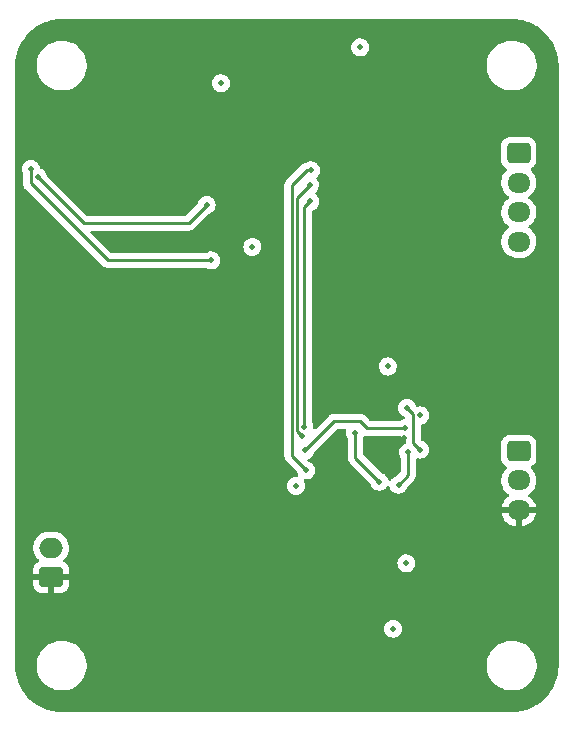
<source format=gbl>
%TF.GenerationSoftware,KiCad,Pcbnew,(6.0.1-0)*%
%TF.CreationDate,2022-12-01T23:09:06-06:00*%
%TF.ProjectId,tackle_sensor_hardware,7461636b-6c65-45f7-9365-6e736f725f68,rev?*%
%TF.SameCoordinates,Original*%
%TF.FileFunction,Copper,L4,Bot*%
%TF.FilePolarity,Positive*%
%FSLAX46Y46*%
G04 Gerber Fmt 4.6, Leading zero omitted, Abs format (unit mm)*
G04 Created by KiCad (PCBNEW (6.0.1-0)) date 2022-12-01 23:09:06*
%MOMM*%
%LPD*%
G01*
G04 APERTURE LIST*
G04 Aperture macros list*
%AMRoundRect*
0 Rectangle with rounded corners*
0 $1 Rounding radius*
0 $2 $3 $4 $5 $6 $7 $8 $9 X,Y pos of 4 corners*
0 Add a 4 corners polygon primitive as box body*
4,1,4,$2,$3,$4,$5,$6,$7,$8,$9,$2,$3,0*
0 Add four circle primitives for the rounded corners*
1,1,$1+$1,$2,$3*
1,1,$1+$1,$4,$5*
1,1,$1+$1,$6,$7*
1,1,$1+$1,$8,$9*
0 Add four rect primitives between the rounded corners*
20,1,$1+$1,$2,$3,$4,$5,0*
20,1,$1+$1,$4,$5,$6,$7,0*
20,1,$1+$1,$6,$7,$8,$9,0*
20,1,$1+$1,$8,$9,$2,$3,0*%
G04 Aperture macros list end*
%TA.AperFunction,ComponentPad*%
%ADD10RoundRect,0.250000X-0.725000X0.600000X-0.725000X-0.600000X0.725000X-0.600000X0.725000X0.600000X0*%
%TD*%
%TA.AperFunction,ComponentPad*%
%ADD11O,1.950000X1.700000*%
%TD*%
%TA.AperFunction,ComponentPad*%
%ADD12RoundRect,0.250000X0.750000X-0.600000X0.750000X0.600000X-0.750000X0.600000X-0.750000X-0.600000X0*%
%TD*%
%TA.AperFunction,ComponentPad*%
%ADD13O,2.000000X1.700000*%
%TD*%
%TA.AperFunction,ViaPad*%
%ADD14C,0.500000*%
%TD*%
%TA.AperFunction,Conductor*%
%ADD15C,0.228600*%
%TD*%
%TA.AperFunction,Conductor*%
%ADD16C,0.254000*%
%TD*%
G04 APERTURE END LIST*
D10*
%TO.P,J3,1,Pin_1*%
%TO.N,Net-(J3-Pad1)*%
X163796200Y-106923200D03*
D11*
%TO.P,J3,2,Pin_2*%
%TO.N,Net-(J3-Pad2)*%
X163796200Y-109423200D03*
%TO.P,J3,3,Pin_3*%
%TO.N,GND*%
X163796200Y-111923200D03*
%TD*%
D12*
%TO.P,J2,1,Pin_1*%
%TO.N,GND*%
X124206000Y-117602000D03*
D13*
%TO.P,J2,2,Pin_2*%
%TO.N,Net-(J2-Pad2)*%
X124206000Y-115102000D03*
%TD*%
D10*
%TO.P,J4,1,Pin_1*%
%TO.N,Net-(F1-Pad2)*%
X163796200Y-81701000D03*
D11*
%TO.P,J4,2,Pin_2*%
%TO.N,Net-(J4-Pad2)*%
X163796200Y-84201000D03*
%TO.P,J4,3,Pin_3*%
%TO.N,Net-(J4-Pad3)*%
X163796200Y-86701000D03*
%TO.P,J4,4,Pin_4*%
%TO.N,Net-(J4-Pad4)*%
X163796200Y-89201000D03*
%TD*%
D14*
%TO.N,GND*%
X127914400Y-83464400D03*
X131064000Y-75438000D03*
X143002000Y-88239600D03*
X130048000Y-74549000D03*
X131064000Y-73660000D03*
X139852400Y-109728000D03*
X137058400Y-94488000D03*
X132080000Y-73660000D03*
X150571200Y-115519200D03*
X150317200Y-119532400D03*
X158623000Y-105029000D03*
X143510000Y-109778800D03*
X130048000Y-75438000D03*
X137907200Y-102956800D03*
X157988000Y-103022400D03*
X130048000Y-71628000D03*
X131064000Y-71628000D03*
X131064000Y-74549000D03*
X142392400Y-109829600D03*
X153618800Y-93471600D03*
X132080000Y-72644000D03*
X135128000Y-113284000D03*
X132080000Y-71628000D03*
X154076400Y-105867200D03*
X138049000Y-115824000D03*
X131064000Y-76327000D03*
X150164800Y-117754400D03*
X130048000Y-72644000D03*
X130048000Y-76327000D03*
X123571000Y-109220000D03*
X131064000Y-72644000D03*
X153111200Y-123799600D03*
X142951200Y-86969600D03*
X130048000Y-73660000D03*
%TO.N,+3V3*%
X154279600Y-116433600D03*
X152704400Y-99771600D03*
X144932400Y-109880400D03*
X155422000Y-103910800D03*
X153162000Y-121970800D03*
%TO.N,+12V*%
X138582400Y-75793600D03*
X150368000Y-72745600D03*
X141249400Y-89636600D03*
%TO.N,R_PWM*%
X146202400Y-83159600D03*
X145796000Y-108559600D03*
%TO.N,G_PWM*%
X145440400Y-105664000D03*
X146100800Y-84429600D03*
%TO.N,B_PWM*%
X145643600Y-104902000D03*
X146151600Y-85801200D03*
%TO.N,/RST*%
X145694400Y-106883200D03*
X154127200Y-105003600D03*
%TO.N,UART_TX*%
X155448000Y-106807000D03*
X154330400Y-103276400D03*
%TO.N,/ACC_INT2*%
X149936200Y-105384600D03*
X151993600Y-109524800D03*
%TO.N,Net-(Q2-Pad1)*%
X137363200Y-86106000D03*
X123088400Y-83769200D03*
%TO.N,Net-(R5-Pad2)*%
X154432000Y-107035600D03*
X153619200Y-109778800D03*
%TO.N,Net-(R8-Pad2)*%
X122478800Y-83058000D03*
X137769600Y-90779600D03*
%TD*%
D15*
%TO.N,R_PWM*%
X144576800Y-107340400D02*
X144576800Y-84429600D01*
X145796000Y-108559600D02*
X144576800Y-107340400D01*
X144576800Y-84429600D02*
X145846800Y-83159600D01*
X145846800Y-83159600D02*
X146202400Y-83159600D01*
%TO.N,G_PWM*%
X145440400Y-105664000D02*
X145034000Y-105257600D01*
X145034000Y-104546400D02*
X145034000Y-85496400D01*
X145034000Y-85496400D02*
X146100800Y-84429600D01*
X145034000Y-105257600D02*
X145034000Y-104546400D01*
%TO.N,B_PWM*%
X145643600Y-86309200D02*
X146151600Y-85801200D01*
X145643600Y-104902000D02*
X145643600Y-86309200D01*
D16*
%TO.N,/RST*%
X148183600Y-104394000D02*
X145694400Y-106883200D01*
X150317200Y-104394000D02*
X148183600Y-104394000D01*
X150926800Y-105003600D02*
X150317200Y-104394000D01*
X154127200Y-105003600D02*
X150926800Y-105003600D01*
D15*
%TO.N,UART_TX*%
X154878199Y-106237199D02*
X154878199Y-103824199D01*
X155448000Y-106807000D02*
X154878199Y-106237199D01*
X154878199Y-103824199D02*
X154330400Y-103276400D01*
%TO.N,/ACC_INT2*%
X149961600Y-107492800D02*
X149961600Y-105410000D01*
X149961600Y-105410000D02*
X149936200Y-105384600D01*
X151993600Y-109524800D02*
X149961600Y-107492800D01*
D16*
%TO.N,Net-(Q2-Pad1)*%
X126949200Y-87630000D02*
X135839200Y-87630000D01*
X123088400Y-83769200D02*
X126949200Y-87630000D01*
X135839200Y-87630000D02*
X137363200Y-86106000D01*
%TO.N,Net-(R5-Pad2)*%
X154432000Y-107035600D02*
X154432000Y-108966000D01*
X154432000Y-108966000D02*
X153619200Y-109778800D01*
D15*
%TO.N,Net-(R8-Pad2)*%
X122478800Y-84277200D02*
X128981200Y-90779600D01*
X128981200Y-90779600D02*
X129387600Y-90779600D01*
D16*
X137769600Y-90779600D02*
X129387600Y-90779600D01*
X122478800Y-84277200D02*
X122478800Y-83058000D01*
%TD*%
%TA.AperFunction,Conductor*%
%TO.N,GND*%
G36*
X163196959Y-70359500D02*
G01*
X163211760Y-70361805D01*
X163211763Y-70361805D01*
X163220632Y-70363186D01*
X163240528Y-70360584D01*
X163262686Y-70359654D01*
X163584345Y-70374525D01*
X163595934Y-70375599D01*
X163944560Y-70424231D01*
X163955999Y-70426370D01*
X164149390Y-70471855D01*
X164298646Y-70506959D01*
X164309828Y-70510140D01*
X164476712Y-70566074D01*
X164643587Y-70622006D01*
X164654439Y-70626210D01*
X164976449Y-70768391D01*
X164986854Y-70773571D01*
X165294389Y-70944867D01*
X165304266Y-70950983D01*
X165594669Y-71149914D01*
X165603957Y-71156928D01*
X165874767Y-71381806D01*
X165883367Y-71389647D01*
X166132255Y-71638535D01*
X166140096Y-71647135D01*
X166364974Y-71917945D01*
X166371988Y-71927233D01*
X166549723Y-72186693D01*
X166570919Y-72217636D01*
X166577035Y-72227513D01*
X166748331Y-72535048D01*
X166753511Y-72545453D01*
X166895692Y-72867463D01*
X166899896Y-72878315D01*
X167009492Y-73205300D01*
X167011759Y-73212065D01*
X167014943Y-73223256D01*
X167040481Y-73331837D01*
X167095532Y-73565903D01*
X167097671Y-73577342D01*
X167146303Y-73925968D01*
X167147377Y-73937557D01*
X167161905Y-74251816D01*
X167160540Y-74277015D01*
X167158716Y-74288730D01*
X167159880Y-74297632D01*
X167159880Y-74297635D01*
X167162838Y-74320251D01*
X167163902Y-74336589D01*
X167163902Y-125045672D01*
X167162402Y-125065056D01*
X167158716Y-125088730D01*
X167160356Y-125101270D01*
X167161318Y-125108626D01*
X167162248Y-125130784D01*
X167147377Y-125452443D01*
X167146303Y-125464032D01*
X167097671Y-125812658D01*
X167095532Y-125824097D01*
X167014944Y-126166740D01*
X167011762Y-126177926D01*
X166965613Y-126315614D01*
X166899896Y-126511685D01*
X166895692Y-126522537D01*
X166753511Y-126844547D01*
X166748331Y-126854952D01*
X166577035Y-127162487D01*
X166570920Y-127172363D01*
X166549690Y-127203354D01*
X166371988Y-127462767D01*
X166364974Y-127472055D01*
X166140096Y-127742865D01*
X166132255Y-127751465D01*
X165883367Y-128000353D01*
X165874767Y-128008194D01*
X165603957Y-128233072D01*
X165594669Y-128240086D01*
X165304266Y-128439017D01*
X165294389Y-128445133D01*
X164986854Y-128616429D01*
X164976449Y-128621609D01*
X164654439Y-128763790D01*
X164643587Y-128767994D01*
X164476712Y-128823926D01*
X164309828Y-128879860D01*
X164298646Y-128883041D01*
X164149390Y-128918145D01*
X163955999Y-128963630D01*
X163944560Y-128965769D01*
X163595934Y-129014401D01*
X163584346Y-129015475D01*
X163559293Y-129016633D01*
X163270086Y-129030003D01*
X163244887Y-129028638D01*
X163242044Y-129028195D01*
X163242042Y-129028195D01*
X163233172Y-129026814D01*
X163224270Y-129027978D01*
X163224267Y-129027978D01*
X163201651Y-129030936D01*
X163185313Y-129032000D01*
X125144328Y-129032000D01*
X125124943Y-129030500D01*
X125110142Y-129028195D01*
X125110139Y-129028195D01*
X125101270Y-129026814D01*
X125082105Y-129029320D01*
X125081374Y-129029416D01*
X125059216Y-129030346D01*
X124737557Y-129015475D01*
X124725968Y-129014401D01*
X124377342Y-128965769D01*
X124365903Y-128963630D01*
X124172512Y-128918145D01*
X124023256Y-128883041D01*
X124012074Y-128879860D01*
X123845190Y-128823925D01*
X123678315Y-128767994D01*
X123667463Y-128763790D01*
X123345453Y-128621609D01*
X123335048Y-128616429D01*
X123027513Y-128445133D01*
X123017636Y-128439017D01*
X122727233Y-128240086D01*
X122717945Y-128233072D01*
X122447135Y-128008194D01*
X122438535Y-128000353D01*
X122189647Y-127751465D01*
X122181806Y-127742865D01*
X121956928Y-127472055D01*
X121949914Y-127462767D01*
X121772212Y-127203354D01*
X121750982Y-127172363D01*
X121744867Y-127162487D01*
X121573571Y-126854952D01*
X121568391Y-126844547D01*
X121426210Y-126522537D01*
X121422006Y-126511685D01*
X121356289Y-126315614D01*
X121310140Y-126177926D01*
X121306958Y-126166740D01*
X121226370Y-125824097D01*
X121224231Y-125812658D01*
X121175599Y-125464032D01*
X121174525Y-125452443D01*
X121164135Y-125227703D01*
X122985743Y-125227703D01*
X123023268Y-125512734D01*
X123099129Y-125790036D01*
X123211923Y-126054476D01*
X123359561Y-126301161D01*
X123539313Y-126525528D01*
X123747851Y-126723423D01*
X123981317Y-126891186D01*
X123985112Y-126893195D01*
X123985113Y-126893196D01*
X124006869Y-126904715D01*
X124235392Y-127025712D01*
X124505373Y-127124511D01*
X124786264Y-127185755D01*
X124814841Y-127188004D01*
X125009282Y-127203307D01*
X125009291Y-127203307D01*
X125011739Y-127203500D01*
X125167271Y-127203500D01*
X125169407Y-127203354D01*
X125169418Y-127203354D01*
X125377548Y-127189165D01*
X125377554Y-127189164D01*
X125381825Y-127188873D01*
X125386020Y-127188004D01*
X125386022Y-127188004D01*
X125522583Y-127159724D01*
X125663342Y-127130574D01*
X125934343Y-127034607D01*
X126189812Y-126902750D01*
X126193313Y-126900289D01*
X126193317Y-126900287D01*
X126349328Y-126790640D01*
X126425023Y-126737441D01*
X126635622Y-126541740D01*
X126817713Y-126319268D01*
X126967927Y-126074142D01*
X127083483Y-125810898D01*
X127162244Y-125534406D01*
X127202751Y-125249784D01*
X127202845Y-125231951D01*
X127202867Y-125227703D01*
X161085743Y-125227703D01*
X161123268Y-125512734D01*
X161199129Y-125790036D01*
X161311923Y-126054476D01*
X161459561Y-126301161D01*
X161639313Y-126525528D01*
X161847851Y-126723423D01*
X162081317Y-126891186D01*
X162085112Y-126893195D01*
X162085113Y-126893196D01*
X162106869Y-126904715D01*
X162335392Y-127025712D01*
X162605373Y-127124511D01*
X162886264Y-127185755D01*
X162914841Y-127188004D01*
X163109282Y-127203307D01*
X163109291Y-127203307D01*
X163111739Y-127203500D01*
X163267271Y-127203500D01*
X163269407Y-127203354D01*
X163269418Y-127203354D01*
X163477548Y-127189165D01*
X163477554Y-127189164D01*
X163481825Y-127188873D01*
X163486020Y-127188004D01*
X163486022Y-127188004D01*
X163622583Y-127159724D01*
X163763342Y-127130574D01*
X164034343Y-127034607D01*
X164289812Y-126902750D01*
X164293313Y-126900289D01*
X164293317Y-126900287D01*
X164449328Y-126790640D01*
X164525023Y-126737441D01*
X164735622Y-126541740D01*
X164917713Y-126319268D01*
X165067927Y-126074142D01*
X165183483Y-125810898D01*
X165262244Y-125534406D01*
X165302751Y-125249784D01*
X165302845Y-125231951D01*
X165304235Y-124966583D01*
X165304235Y-124966576D01*
X165304257Y-124962297D01*
X165266732Y-124677266D01*
X165190871Y-124399964D01*
X165078077Y-124135524D01*
X164930439Y-123888839D01*
X164750687Y-123664472D01*
X164542149Y-123466577D01*
X164308683Y-123298814D01*
X164286843Y-123287250D01*
X164263654Y-123274972D01*
X164054608Y-123164288D01*
X163784627Y-123065489D01*
X163503736Y-123004245D01*
X163472685Y-123001801D01*
X163280718Y-122986693D01*
X163280709Y-122986693D01*
X163278261Y-122986500D01*
X163122729Y-122986500D01*
X163120593Y-122986646D01*
X163120582Y-122986646D01*
X162912452Y-123000835D01*
X162912446Y-123000836D01*
X162908175Y-123001127D01*
X162903980Y-123001996D01*
X162903978Y-123001996D01*
X162767416Y-123030277D01*
X162626658Y-123059426D01*
X162355657Y-123155393D01*
X162100188Y-123287250D01*
X162096687Y-123289711D01*
X162096683Y-123289713D01*
X162086594Y-123296804D01*
X161864977Y-123452559D01*
X161654378Y-123648260D01*
X161472287Y-123870732D01*
X161322073Y-124115858D01*
X161206517Y-124379102D01*
X161127756Y-124655594D01*
X161087249Y-124940216D01*
X161087227Y-124944505D01*
X161087226Y-124944512D01*
X161085765Y-125223417D01*
X161085743Y-125227703D01*
X127202867Y-125227703D01*
X127204235Y-124966583D01*
X127204235Y-124966576D01*
X127204257Y-124962297D01*
X127166732Y-124677266D01*
X127090871Y-124399964D01*
X126978077Y-124135524D01*
X126830439Y-123888839D01*
X126650687Y-123664472D01*
X126442149Y-123466577D01*
X126208683Y-123298814D01*
X126186843Y-123287250D01*
X126163654Y-123274972D01*
X125954608Y-123164288D01*
X125684627Y-123065489D01*
X125403736Y-123004245D01*
X125372685Y-123001801D01*
X125180718Y-122986693D01*
X125180709Y-122986693D01*
X125178261Y-122986500D01*
X125022729Y-122986500D01*
X125020593Y-122986646D01*
X125020582Y-122986646D01*
X124812452Y-123000835D01*
X124812446Y-123000836D01*
X124808175Y-123001127D01*
X124803980Y-123001996D01*
X124803978Y-123001996D01*
X124667416Y-123030277D01*
X124526658Y-123059426D01*
X124255657Y-123155393D01*
X124000188Y-123287250D01*
X123996687Y-123289711D01*
X123996683Y-123289713D01*
X123986594Y-123296804D01*
X123764977Y-123452559D01*
X123554378Y-123648260D01*
X123372287Y-123870732D01*
X123222073Y-124115858D01*
X123106517Y-124379102D01*
X123027756Y-124655594D01*
X122987249Y-124940216D01*
X122987227Y-124944505D01*
X122987226Y-124944512D01*
X122985765Y-125223417D01*
X122985743Y-125227703D01*
X121164135Y-125227703D01*
X121159997Y-125138184D01*
X121161362Y-125112985D01*
X121161805Y-125110142D01*
X121161805Y-125110140D01*
X121163186Y-125101270D01*
X121161547Y-125088730D01*
X121159064Y-125069749D01*
X121158000Y-125053411D01*
X121158000Y-121960143D01*
X152398775Y-121960143D01*
X152415381Y-122129499D01*
X152469094Y-122290967D01*
X152472741Y-122296989D01*
X152472742Y-122296991D01*
X152486497Y-122319702D01*
X152557246Y-122436523D01*
X152675455Y-122558932D01*
X152817846Y-122652110D01*
X152824450Y-122654566D01*
X152824452Y-122654567D01*
X152860844Y-122668101D01*
X152977341Y-122711426D01*
X153146015Y-122733932D01*
X153153026Y-122733294D01*
X153153030Y-122733294D01*
X153308462Y-122719148D01*
X153315483Y-122718509D01*
X153322185Y-122716331D01*
X153322187Y-122716331D01*
X153470623Y-122668101D01*
X153470626Y-122668100D01*
X153477322Y-122665924D01*
X153623490Y-122578790D01*
X153628584Y-122573939D01*
X153628588Y-122573936D01*
X153695833Y-122509899D01*
X153746721Y-122461439D01*
X153840891Y-122319702D01*
X153901319Y-122160625D01*
X153925001Y-121992113D01*
X153925299Y-121970800D01*
X153906331Y-121801692D01*
X153850368Y-121640989D01*
X153844383Y-121631410D01*
X153822420Y-121596264D01*
X153760192Y-121496679D01*
X153640286Y-121375932D01*
X153624039Y-121365621D01*
X153585406Y-121341104D01*
X153496608Y-121284751D01*
X153336300Y-121227668D01*
X153167329Y-121207520D01*
X153160326Y-121208256D01*
X153160325Y-121208256D01*
X153005101Y-121224570D01*
X153005097Y-121224571D01*
X152998093Y-121225307D01*
X152991422Y-121227578D01*
X152843673Y-121277875D01*
X152843670Y-121277876D01*
X152837003Y-121280146D01*
X152831005Y-121283836D01*
X152831003Y-121283837D01*
X152698065Y-121365621D01*
X152698063Y-121365623D01*
X152692066Y-121369312D01*
X152570486Y-121488373D01*
X152478304Y-121631410D01*
X152420103Y-121791316D01*
X152398775Y-121960143D01*
X121158000Y-121960143D01*
X121158000Y-118249095D01*
X122698001Y-118249095D01*
X122698338Y-118255614D01*
X122708257Y-118351206D01*
X122711149Y-118364600D01*
X122762588Y-118518784D01*
X122768761Y-118531962D01*
X122854063Y-118669807D01*
X122863099Y-118681208D01*
X122977829Y-118795739D01*
X122989240Y-118804751D01*
X123127243Y-118889816D01*
X123140424Y-118895963D01*
X123294710Y-118947138D01*
X123308086Y-118950005D01*
X123402438Y-118959672D01*
X123408854Y-118960000D01*
X123933885Y-118960000D01*
X123949124Y-118955525D01*
X123950329Y-118954135D01*
X123952000Y-118946452D01*
X123952000Y-118941884D01*
X124460000Y-118941884D01*
X124464475Y-118957123D01*
X124465865Y-118958328D01*
X124473548Y-118959999D01*
X125003095Y-118959999D01*
X125009614Y-118959662D01*
X125105206Y-118949743D01*
X125118600Y-118946851D01*
X125272784Y-118895412D01*
X125285962Y-118889239D01*
X125423807Y-118803937D01*
X125435208Y-118794901D01*
X125549739Y-118680171D01*
X125558751Y-118668760D01*
X125643816Y-118530757D01*
X125649963Y-118517576D01*
X125701138Y-118363290D01*
X125704005Y-118349914D01*
X125713672Y-118255562D01*
X125714000Y-118249146D01*
X125714000Y-117874115D01*
X125709525Y-117858876D01*
X125708135Y-117857671D01*
X125700452Y-117856000D01*
X124478115Y-117856000D01*
X124462876Y-117860475D01*
X124461671Y-117861865D01*
X124460000Y-117869548D01*
X124460000Y-118941884D01*
X123952000Y-118941884D01*
X123952000Y-117874115D01*
X123947525Y-117858876D01*
X123946135Y-117857671D01*
X123938452Y-117856000D01*
X122716116Y-117856000D01*
X122700877Y-117860475D01*
X122699672Y-117861865D01*
X122698001Y-117869548D01*
X122698001Y-118249095D01*
X121158000Y-118249095D01*
X121158000Y-115037774D01*
X122694102Y-115037774D01*
X122702751Y-115268158D01*
X122750093Y-115493791D01*
X122752051Y-115498750D01*
X122752052Y-115498752D01*
X122827436Y-115689634D01*
X122834776Y-115708221D01*
X122837543Y-115712780D01*
X122837544Y-115712783D01*
X122857207Y-115745186D01*
X122954377Y-115905317D01*
X122957874Y-115909347D01*
X123044438Y-116009103D01*
X123105477Y-116079445D01*
X123109608Y-116082832D01*
X123141529Y-116109006D01*
X123181524Y-116167666D01*
X123183455Y-116238636D01*
X123146710Y-116299384D01*
X123127941Y-116313584D01*
X122988193Y-116400063D01*
X122976792Y-116409099D01*
X122862261Y-116523829D01*
X122853249Y-116535240D01*
X122768184Y-116673243D01*
X122762037Y-116686424D01*
X122710862Y-116840710D01*
X122707995Y-116854086D01*
X122698328Y-116948438D01*
X122698000Y-116954855D01*
X122698000Y-117329885D01*
X122702475Y-117345124D01*
X122703865Y-117346329D01*
X122711548Y-117348000D01*
X125695884Y-117348000D01*
X125711123Y-117343525D01*
X125712328Y-117342135D01*
X125713999Y-117334452D01*
X125713999Y-116954905D01*
X125713662Y-116948386D01*
X125703743Y-116852794D01*
X125700851Y-116839400D01*
X125649412Y-116685216D01*
X125643239Y-116672038D01*
X125557937Y-116534193D01*
X125548901Y-116522792D01*
X125448879Y-116422943D01*
X153516375Y-116422943D01*
X153532981Y-116592299D01*
X153586694Y-116753767D01*
X153590341Y-116759789D01*
X153590342Y-116759791D01*
X153639349Y-116840710D01*
X153674846Y-116899323D01*
X153793055Y-117021732D01*
X153935446Y-117114910D01*
X153942050Y-117117366D01*
X153942052Y-117117367D01*
X153978444Y-117130901D01*
X154094941Y-117174226D01*
X154263615Y-117196732D01*
X154270626Y-117196094D01*
X154270630Y-117196094D01*
X154426062Y-117181948D01*
X154433083Y-117181309D01*
X154439785Y-117179131D01*
X154439787Y-117179131D01*
X154588223Y-117130901D01*
X154588226Y-117130900D01*
X154594922Y-117128724D01*
X154741090Y-117041590D01*
X154746184Y-117036739D01*
X154746188Y-117036736D01*
X154838964Y-116948386D01*
X154864321Y-116924239D01*
X154958491Y-116782502D01*
X155018919Y-116623425D01*
X155042601Y-116454913D01*
X155042899Y-116433600D01*
X155023931Y-116264492D01*
X154967968Y-116103789D01*
X154961983Y-116094210D01*
X154906502Y-116005424D01*
X154877792Y-115959479D01*
X154757886Y-115838732D01*
X154741639Y-115828421D01*
X154703006Y-115803904D01*
X154614208Y-115747551D01*
X154453900Y-115690468D01*
X154284929Y-115670320D01*
X154277926Y-115671056D01*
X154277925Y-115671056D01*
X154122701Y-115687370D01*
X154122697Y-115687371D01*
X154115693Y-115688107D01*
X154109022Y-115690378D01*
X153961273Y-115740675D01*
X153961270Y-115740676D01*
X153954603Y-115742946D01*
X153948605Y-115746636D01*
X153948603Y-115746637D01*
X153815665Y-115828421D01*
X153815663Y-115828423D01*
X153809666Y-115832112D01*
X153688086Y-115951173D01*
X153684275Y-115957087D01*
X153684273Y-115957089D01*
X153605419Y-116079445D01*
X153595904Y-116094210D01*
X153537703Y-116254116D01*
X153516375Y-116422943D01*
X125448879Y-116422943D01*
X125434171Y-116408261D01*
X125422757Y-116399247D01*
X125283287Y-116313277D01*
X125235793Y-116260505D01*
X125224369Y-116190434D01*
X125252643Y-116125310D01*
X125262430Y-116114847D01*
X125267044Y-116110446D01*
X125377135Y-116005424D01*
X125514754Y-115820458D01*
X125549901Y-115751330D01*
X125581268Y-115689634D01*
X125619240Y-115614949D01*
X125655321Y-115498752D01*
X125686024Y-115399871D01*
X125687607Y-115394773D01*
X125688308Y-115389484D01*
X125717198Y-115171511D01*
X125717198Y-115171506D01*
X125717898Y-115166226D01*
X125709249Y-114935842D01*
X125661907Y-114710209D01*
X125577224Y-114495779D01*
X125457623Y-114298683D01*
X125370755Y-114198576D01*
X125310023Y-114128588D01*
X125310021Y-114128586D01*
X125306523Y-114124555D01*
X125264970Y-114090484D01*
X125132373Y-113981760D01*
X125132367Y-113981756D01*
X125128245Y-113978376D01*
X125123609Y-113975737D01*
X125123606Y-113975735D01*
X124932529Y-113866968D01*
X124927886Y-113864325D01*
X124711175Y-113785663D01*
X124705926Y-113784714D01*
X124705923Y-113784713D01*
X124488392Y-113745377D01*
X124488385Y-113745376D01*
X124484308Y-113744639D01*
X124466586Y-113743803D01*
X124461644Y-113743570D01*
X124461637Y-113743570D01*
X124460156Y-113743500D01*
X123998110Y-113743500D01*
X123931191Y-113749178D01*
X123831591Y-113757629D01*
X123831587Y-113757630D01*
X123826280Y-113758080D01*
X123821125Y-113759418D01*
X123821119Y-113759419D01*
X123608297Y-113814657D01*
X123608293Y-113814658D01*
X123603128Y-113815999D01*
X123598262Y-113818191D01*
X123598259Y-113818192D01*
X123489980Y-113866968D01*
X123392925Y-113910688D01*
X123201681Y-114039441D01*
X123034865Y-114198576D01*
X122897246Y-114383542D01*
X122792760Y-114589051D01*
X122791178Y-114594145D01*
X122791177Y-114594148D01*
X122729115Y-114794020D01*
X122724393Y-114809227D01*
X122723692Y-114814516D01*
X122708304Y-114930623D01*
X122694102Y-115037774D01*
X121158000Y-115037774D01*
X121158000Y-112191780D01*
X162339952Y-112191780D01*
X162364677Y-112309621D01*
X162367737Y-112319817D01*
X162448463Y-112524229D01*
X162453194Y-112533761D01*
X162567216Y-112721662D01*
X162573480Y-112730252D01*
X162717527Y-112896252D01*
X162725158Y-112903672D01*
X162895111Y-113043026D01*
X162903878Y-113049050D01*
X163094882Y-113157776D01*
X163104546Y-113162241D01*
X163311141Y-113237231D01*
X163321408Y-113240002D01*
X163524374Y-113276704D01*
X163537614Y-113275285D01*
X163542200Y-113260650D01*
X163542200Y-113257049D01*
X164050200Y-113257049D01*
X164054510Y-113271727D01*
X164066393Y-113273790D01*
X164145525Y-113267076D01*
X164155997Y-113265286D01*
X164368735Y-113210070D01*
X164378775Y-113206535D01*
X164579170Y-113116263D01*
X164588456Y-113111094D01*
X164770775Y-112988350D01*
X164779070Y-112981681D01*
X164938100Y-112829972D01*
X164945141Y-112822014D01*
X165076341Y-112645675D01*
X165081945Y-112636638D01*
X165181557Y-112440716D01*
X165185557Y-112430865D01*
X165250734Y-112220960D01*
X165253017Y-112210576D01*
X165255061Y-112195157D01*
X165252865Y-112180993D01*
X165239678Y-112177200D01*
X164068315Y-112177200D01*
X164053076Y-112181675D01*
X164051871Y-112183065D01*
X164050200Y-112190748D01*
X164050200Y-113257049D01*
X163542200Y-113257049D01*
X163542200Y-112195315D01*
X163537725Y-112180076D01*
X163536335Y-112178871D01*
X163528652Y-112177200D01*
X162355008Y-112177200D01*
X162341477Y-112181173D01*
X162339952Y-112191780D01*
X121158000Y-112191780D01*
X121158000Y-83047343D01*
X121715575Y-83047343D01*
X121732181Y-83216699D01*
X121785894Y-83378167D01*
X121789543Y-83384192D01*
X121825076Y-83442864D01*
X121843300Y-83508136D01*
X121843300Y-84317183D01*
X121843797Y-84321114D01*
X121856008Y-84417774D01*
X121858373Y-84436499D01*
X121917481Y-84585788D01*
X121922139Y-84592199D01*
X121922140Y-84592201D01*
X121946707Y-84626014D01*
X122011858Y-84715687D01*
X122017966Y-84720740D01*
X122129466Y-84812981D01*
X122129469Y-84812983D01*
X122135576Y-84818035D01*
X122136128Y-84818295D01*
X122151189Y-84830361D01*
X128486109Y-91165281D01*
X128493455Y-91173354D01*
X128497510Y-91179743D01*
X128544722Y-91224077D01*
X128546308Y-91225567D01*
X128549150Y-91228322D01*
X128568520Y-91247692D01*
X128571655Y-91250124D01*
X128571823Y-91250272D01*
X128580598Y-91257768D01*
X128612218Y-91287460D01*
X128619160Y-91291276D01*
X128619165Y-91291280D01*
X128629521Y-91296973D01*
X128646046Y-91307828D01*
X128661649Y-91319931D01*
X128701468Y-91337163D01*
X128712098Y-91342370D01*
X128750110Y-91363267D01*
X128757788Y-91365238D01*
X128757795Y-91365241D01*
X128769234Y-91368178D01*
X128787939Y-91374582D01*
X128806063Y-91382425D01*
X128848910Y-91389211D01*
X128860518Y-91391615D01*
X128889239Y-91398989D01*
X128894845Y-91400429D01*
X128894846Y-91400429D01*
X128902522Y-91402400D01*
X128922267Y-91402400D01*
X128941977Y-91403951D01*
X128961481Y-91407040D01*
X128969373Y-91406294D01*
X129004653Y-91402959D01*
X129016511Y-91402400D01*
X129241939Y-91402400D01*
X129273274Y-91406359D01*
X129276776Y-91407258D01*
X129307318Y-91415100D01*
X137317879Y-91415100D01*
X137386872Y-91435668D01*
X137425446Y-91460910D01*
X137432050Y-91463366D01*
X137432052Y-91463367D01*
X137468444Y-91476901D01*
X137584941Y-91520226D01*
X137753615Y-91542732D01*
X137760626Y-91542094D01*
X137760630Y-91542094D01*
X137916062Y-91527948D01*
X137923083Y-91527309D01*
X137929785Y-91525131D01*
X137929787Y-91525131D01*
X138078223Y-91476901D01*
X138078226Y-91476900D01*
X138084922Y-91474724D01*
X138231090Y-91387590D01*
X138236184Y-91382739D01*
X138236188Y-91382736D01*
X138307244Y-91315070D01*
X138354321Y-91270239D01*
X138362606Y-91257770D01*
X138410841Y-91185169D01*
X138448491Y-91128502D01*
X138508919Y-90969425D01*
X138532601Y-90800913D01*
X138532899Y-90779600D01*
X138513931Y-90610492D01*
X138457968Y-90449789D01*
X138367792Y-90305479D01*
X138247886Y-90184732D01*
X138237980Y-90178445D01*
X138183860Y-90144100D01*
X138104208Y-90093551D01*
X137943900Y-90036468D01*
X137774929Y-90016320D01*
X137767926Y-90017056D01*
X137767925Y-90017056D01*
X137612701Y-90033370D01*
X137612697Y-90033371D01*
X137605693Y-90034107D01*
X137599022Y-90036378D01*
X137451273Y-90086675D01*
X137451270Y-90086676D01*
X137444603Y-90088946D01*
X137385321Y-90125417D01*
X137319298Y-90144100D01*
X129347617Y-90144100D01*
X129301296Y-90149952D01*
X129231209Y-90138645D01*
X129196413Y-90114040D01*
X128708316Y-89625943D01*
X140486175Y-89625943D01*
X140502781Y-89795299D01*
X140556494Y-89956767D01*
X140560141Y-89962789D01*
X140560142Y-89962791D01*
X140636545Y-90088946D01*
X140644646Y-90102323D01*
X140762855Y-90224732D01*
X140905246Y-90317910D01*
X140911850Y-90320366D01*
X140911852Y-90320367D01*
X140948244Y-90333901D01*
X141064741Y-90377226D01*
X141233415Y-90399732D01*
X141240426Y-90399094D01*
X141240430Y-90399094D01*
X141395862Y-90384948D01*
X141402883Y-90384309D01*
X141409585Y-90382131D01*
X141409587Y-90382131D01*
X141558023Y-90333901D01*
X141558026Y-90333900D01*
X141564722Y-90331724D01*
X141710890Y-90244590D01*
X141715984Y-90239739D01*
X141715988Y-90239736D01*
X141822143Y-90138645D01*
X141834121Y-90127239D01*
X141842891Y-90114040D01*
X141895998Y-90034107D01*
X141928291Y-89985502D01*
X141988719Y-89826425D01*
X142012401Y-89657913D01*
X142012699Y-89636600D01*
X141993731Y-89467492D01*
X141937768Y-89306789D01*
X141931783Y-89297210D01*
X141908465Y-89259895D01*
X141847592Y-89162479D01*
X141727686Y-89041732D01*
X141716830Y-89034842D01*
X141672806Y-89006904D01*
X141584008Y-88950551D01*
X141423700Y-88893468D01*
X141254729Y-88873320D01*
X141247726Y-88874056D01*
X141247725Y-88874056D01*
X141092501Y-88890370D01*
X141092497Y-88890371D01*
X141085493Y-88891107D01*
X141078822Y-88893378D01*
X140931073Y-88943675D01*
X140931070Y-88943676D01*
X140924403Y-88945946D01*
X140918405Y-88949636D01*
X140918403Y-88949637D01*
X140785465Y-89031421D01*
X140785463Y-89031423D01*
X140779466Y-89035112D01*
X140657886Y-89154173D01*
X140654075Y-89160087D01*
X140654073Y-89160089D01*
X140569521Y-89291287D01*
X140565704Y-89297210D01*
X140507503Y-89457116D01*
X140486175Y-89625943D01*
X128708316Y-89625943D01*
X127562968Y-88480595D01*
X127528942Y-88418283D01*
X127534007Y-88347468D01*
X127576554Y-88290632D01*
X127643074Y-88265821D01*
X127652063Y-88265500D01*
X135760180Y-88265500D01*
X135771414Y-88266030D01*
X135778919Y-88267708D01*
X135847212Y-88265562D01*
X135851169Y-88265500D01*
X135879183Y-88265500D01*
X135883108Y-88265004D01*
X135883109Y-88265004D01*
X135883204Y-88264992D01*
X135895049Y-88264059D01*
X135924870Y-88263122D01*
X135931482Y-88262914D01*
X135931483Y-88262914D01*
X135939405Y-88262665D01*
X135958949Y-88256987D01*
X135978312Y-88252977D01*
X135990640Y-88251420D01*
X135990642Y-88251420D01*
X135998499Y-88250427D01*
X136005863Y-88247511D01*
X136005868Y-88247510D01*
X136039756Y-88234093D01*
X136050985Y-88230248D01*
X136067665Y-88225402D01*
X136093593Y-88217869D01*
X136100420Y-88213831D01*
X136100423Y-88213830D01*
X136111106Y-88207512D01*
X136128864Y-88198812D01*
X136140415Y-88194239D01*
X136140421Y-88194235D01*
X136147788Y-88191319D01*
X136183691Y-88165234D01*
X136193610Y-88158719D01*
X136224968Y-88140174D01*
X136224972Y-88140171D01*
X136231798Y-88136134D01*
X136246182Y-88121750D01*
X136261216Y-88108909D01*
X136271273Y-88101602D01*
X136277687Y-88096942D01*
X136305978Y-88062744D01*
X136313967Y-88053965D01*
X137491648Y-86876284D01*
X137541806Y-86845546D01*
X137671825Y-86803300D01*
X137678522Y-86801124D01*
X137824690Y-86713990D01*
X137829784Y-86709139D01*
X137829788Y-86709136D01*
X137911325Y-86631489D01*
X137947921Y-86596639D01*
X138042091Y-86454902D01*
X138102519Y-86295825D01*
X138126201Y-86127313D01*
X138126499Y-86106000D01*
X138107531Y-85936892D01*
X138051568Y-85776189D01*
X138045583Y-85766610D01*
X138016562Y-85720168D01*
X137961392Y-85631879D01*
X137841486Y-85511132D01*
X137825239Y-85500821D01*
X137778861Y-85471389D01*
X137697808Y-85419951D01*
X137537500Y-85362868D01*
X137368529Y-85342720D01*
X137361526Y-85343456D01*
X137361525Y-85343456D01*
X137206301Y-85359770D01*
X137206297Y-85359771D01*
X137199293Y-85360507D01*
X137192622Y-85362778D01*
X137044873Y-85413075D01*
X137044870Y-85413076D01*
X137038203Y-85415346D01*
X137032205Y-85419036D01*
X137032203Y-85419037D01*
X136899265Y-85500821D01*
X136899263Y-85500823D01*
X136893266Y-85504512D01*
X136771686Y-85623573D01*
X136767875Y-85629487D01*
X136767873Y-85629489D01*
X136762482Y-85637854D01*
X136679504Y-85766610D01*
X136621303Y-85926516D01*
X136620486Y-85926218D01*
X136590097Y-85980370D01*
X135612872Y-86957595D01*
X135550560Y-86991621D01*
X135523777Y-86994500D01*
X127264623Y-86994500D01*
X127196502Y-86974498D01*
X127175528Y-86957595D01*
X124627815Y-84409882D01*
X143949360Y-84409882D01*
X143950106Y-84417774D01*
X143953441Y-84453056D01*
X143954000Y-84464913D01*
X143954000Y-107263048D01*
X143953487Y-107273938D01*
X143951836Y-107281323D01*
X143952085Y-107289248D01*
X143952085Y-107289249D01*
X143953938Y-107348205D01*
X143954000Y-107352163D01*
X143954000Y-107379583D01*
X143954496Y-107383512D01*
X143954516Y-107383826D01*
X143955416Y-107395253D01*
X143956779Y-107438602D01*
X143960252Y-107450555D01*
X143962288Y-107457564D01*
X143966297Y-107476925D01*
X143968772Y-107496515D01*
X143971691Y-107503887D01*
X143971691Y-107503888D01*
X143984739Y-107536845D01*
X143988584Y-107548075D01*
X143996929Y-107576798D01*
X144000680Y-107589710D01*
X144004715Y-107596534D01*
X144004716Y-107596535D01*
X144010728Y-107606701D01*
X144019427Y-107624458D01*
X144026698Y-107642821D01*
X144044581Y-107667435D01*
X144052190Y-107677908D01*
X144058704Y-107687825D01*
X144080780Y-107725152D01*
X144094741Y-107739113D01*
X144107581Y-107754146D01*
X144119190Y-107770124D01*
X144149527Y-107795221D01*
X144152613Y-107797774D01*
X144161392Y-107805764D01*
X145017383Y-108661755D01*
X145048283Y-108718664D01*
X145049381Y-108718299D01*
X145103094Y-108879767D01*
X145106741Y-108885789D01*
X145106742Y-108885791D01*
X145137074Y-108935875D01*
X145155253Y-109004505D01*
X145133442Y-109072068D01*
X145078567Y-109117114D01*
X145014380Y-109126260D01*
X144937729Y-109117120D01*
X144930726Y-109117856D01*
X144930725Y-109117856D01*
X144775501Y-109134170D01*
X144775497Y-109134171D01*
X144768493Y-109134907D01*
X144761822Y-109137178D01*
X144614073Y-109187475D01*
X144614070Y-109187476D01*
X144607403Y-109189746D01*
X144601405Y-109193436D01*
X144601403Y-109193437D01*
X144468465Y-109275221D01*
X144468463Y-109275223D01*
X144462466Y-109278912D01*
X144397527Y-109342506D01*
X144360076Y-109379181D01*
X144340886Y-109397973D01*
X144337075Y-109403887D01*
X144337073Y-109403889D01*
X144283237Y-109487426D01*
X144248704Y-109541010D01*
X144190503Y-109700916D01*
X144169175Y-109869743D01*
X144185781Y-110039099D01*
X144239494Y-110200567D01*
X144243141Y-110206589D01*
X144243142Y-110206591D01*
X144291840Y-110287000D01*
X144327646Y-110346123D01*
X144445855Y-110468532D01*
X144468784Y-110483536D01*
X144569537Y-110549467D01*
X144588246Y-110561710D01*
X144594850Y-110564166D01*
X144594852Y-110564167D01*
X144631244Y-110577701D01*
X144747741Y-110621026D01*
X144916415Y-110643532D01*
X144923426Y-110642894D01*
X144923430Y-110642894D01*
X145078862Y-110628748D01*
X145085883Y-110628109D01*
X145092585Y-110625931D01*
X145092587Y-110625931D01*
X145241023Y-110577701D01*
X145241026Y-110577700D01*
X145247722Y-110575524D01*
X145393890Y-110488390D01*
X145398984Y-110483539D01*
X145398988Y-110483536D01*
X145482475Y-110404032D01*
X145517121Y-110371039D01*
X145611291Y-110229302D01*
X145671719Y-110070225D01*
X145695401Y-109901713D01*
X145695518Y-109893364D01*
X145695644Y-109884361D01*
X145695644Y-109884355D01*
X145695699Y-109880400D01*
X145676731Y-109711292D01*
X145669381Y-109690184D01*
X145623086Y-109557246D01*
X145620768Y-109550589D01*
X145592843Y-109505901D01*
X145573708Y-109437534D01*
X145594573Y-109369672D01*
X145648814Y-109323864D01*
X145716362Y-109314239D01*
X145729140Y-109315944D01*
X145780015Y-109322732D01*
X145787026Y-109322094D01*
X145787030Y-109322094D01*
X145942462Y-109307948D01*
X145949483Y-109307309D01*
X145956185Y-109305131D01*
X145956187Y-109305131D01*
X146104623Y-109256901D01*
X146104626Y-109256900D01*
X146111322Y-109254724D01*
X146257490Y-109167590D01*
X146262584Y-109162739D01*
X146262588Y-109162736D01*
X146339754Y-109089251D01*
X146380721Y-109050239D01*
X146474891Y-108908502D01*
X146535319Y-108749425D01*
X146559001Y-108580913D01*
X146559299Y-108559600D01*
X146540331Y-108390492D01*
X146484368Y-108229789D01*
X146474971Y-108214750D01*
X146456420Y-108185064D01*
X146394192Y-108085479D01*
X146274286Y-107964732D01*
X146251347Y-107950174D01*
X146182601Y-107906547D01*
X146130608Y-107873551D01*
X145988089Y-107822802D01*
X145930626Y-107781109D01*
X145904826Y-107714966D01*
X145918881Y-107645375D01*
X145968329Y-107594429D01*
X145991417Y-107584272D01*
X145995152Y-107583058D01*
X146009722Y-107578324D01*
X146155890Y-107491190D01*
X146160984Y-107486339D01*
X146160988Y-107486336D01*
X146230160Y-107420464D01*
X146279121Y-107373839D01*
X146294842Y-107350178D01*
X146333649Y-107291768D01*
X146373291Y-107232102D01*
X146433719Y-107073025D01*
X146434645Y-107066439D01*
X146467509Y-107008823D01*
X148409927Y-105066405D01*
X148472239Y-105032379D01*
X148499022Y-105029500D01*
X149078275Y-105029500D01*
X149146396Y-105049502D01*
X149192889Y-105103158D01*
X149202993Y-105173432D01*
X149196993Y-105197338D01*
X149196714Y-105198493D01*
X149194303Y-105205116D01*
X149172975Y-105373943D01*
X149189581Y-105543299D01*
X149191805Y-105549984D01*
X149191805Y-105549985D01*
X149200351Y-105575674D01*
X149243294Y-105704767D01*
X149246941Y-105710789D01*
X149246942Y-105710791D01*
X149320576Y-105832375D01*
X149338800Y-105897646D01*
X149338800Y-107415448D01*
X149338287Y-107426338D01*
X149336636Y-107433723D01*
X149336885Y-107441648D01*
X149336885Y-107441649D01*
X149338738Y-107500605D01*
X149338800Y-107504563D01*
X149338800Y-107531983D01*
X149339296Y-107535912D01*
X149339316Y-107536226D01*
X149340216Y-107547653D01*
X149341579Y-107591002D01*
X149346140Y-107606701D01*
X149347088Y-107609964D01*
X149351097Y-107629325D01*
X149353572Y-107648915D01*
X149356491Y-107656287D01*
X149356491Y-107656288D01*
X149369539Y-107689245D01*
X149373384Y-107700475D01*
X149385480Y-107742110D01*
X149389515Y-107748934D01*
X149389516Y-107748935D01*
X149395528Y-107759101D01*
X149404227Y-107776858D01*
X149411498Y-107795221D01*
X149416157Y-107801633D01*
X149436990Y-107830308D01*
X149443504Y-107840225D01*
X149465580Y-107877552D01*
X149479541Y-107891513D01*
X149492381Y-107906546D01*
X149503990Y-107922524D01*
X149510096Y-107927575D01*
X149537413Y-107950174D01*
X149546192Y-107958164D01*
X151214983Y-109626955D01*
X151245883Y-109683864D01*
X151246981Y-109683499D01*
X151300694Y-109844967D01*
X151304341Y-109850989D01*
X151304342Y-109850991D01*
X151358796Y-109940904D01*
X151388846Y-109990523D01*
X151507055Y-110112932D01*
X151529626Y-110127702D01*
X151630763Y-110193884D01*
X151649446Y-110206110D01*
X151656050Y-110208566D01*
X151656052Y-110208567D01*
X151704318Y-110226517D01*
X151808941Y-110265426D01*
X151977615Y-110287932D01*
X151984626Y-110287294D01*
X151984630Y-110287294D01*
X152140062Y-110273148D01*
X152147083Y-110272509D01*
X152153785Y-110270331D01*
X152153787Y-110270331D01*
X152302223Y-110222101D01*
X152302226Y-110222100D01*
X152308922Y-110219924D01*
X152455090Y-110132790D01*
X152460184Y-110127939D01*
X152460188Y-110127936D01*
X152553475Y-110039099D01*
X152578321Y-110015439D01*
X152648720Y-109909480D01*
X152703076Y-109863811D01*
X152773496Y-109854778D01*
X152837620Y-109885251D01*
X152873225Y-109939436D01*
X152891904Y-109995587D01*
X152926294Y-110098967D01*
X152929941Y-110104989D01*
X152929942Y-110104991D01*
X153005982Y-110230547D01*
X153014446Y-110244523D01*
X153132655Y-110366932D01*
X153275046Y-110460110D01*
X153281650Y-110462566D01*
X153281652Y-110462567D01*
X153318044Y-110476101D01*
X153434541Y-110519426D01*
X153603215Y-110541932D01*
X153610226Y-110541294D01*
X153610230Y-110541294D01*
X153765662Y-110527148D01*
X153772683Y-110526509D01*
X153779385Y-110524331D01*
X153779387Y-110524331D01*
X153927823Y-110476101D01*
X153927826Y-110476100D01*
X153934522Y-110473924D01*
X154080690Y-110386790D01*
X154085784Y-110381939D01*
X154085788Y-110381936D01*
X154185480Y-110287000D01*
X154203921Y-110269439D01*
X154298091Y-110127702D01*
X154358519Y-109968625D01*
X154359445Y-109962039D01*
X154392309Y-109904424D01*
X154825483Y-109471250D01*
X154833809Y-109463674D01*
X154840303Y-109459553D01*
X154887086Y-109409734D01*
X154889840Y-109406893D01*
X154909639Y-109387094D01*
X154912063Y-109383969D01*
X154912071Y-109383960D01*
X154912137Y-109383874D01*
X154919845Y-109374849D01*
X154934753Y-109358974D01*
X162309302Y-109358974D01*
X162309502Y-109364303D01*
X162309502Y-109364305D01*
X162310237Y-109383874D01*
X162317951Y-109589358D01*
X162365293Y-109814991D01*
X162367251Y-109819950D01*
X162367252Y-109819952D01*
X162442136Y-110009568D01*
X162449976Y-110029421D01*
X162452743Y-110033980D01*
X162452744Y-110033983D01*
X162495833Y-110104991D01*
X162569577Y-110226517D01*
X162573074Y-110230547D01*
X162711782Y-110390394D01*
X162720677Y-110400645D01*
X162724808Y-110404032D01*
X162894827Y-110543440D01*
X162894833Y-110543444D01*
X162898955Y-110546824D01*
X162903598Y-110549467D01*
X162930935Y-110565029D01*
X162980241Y-110616112D01*
X162994102Y-110685742D01*
X162968118Y-110751813D01*
X162938968Y-110779051D01*
X162821622Y-110858052D01*
X162813330Y-110864719D01*
X162654300Y-111016428D01*
X162647259Y-111024386D01*
X162516059Y-111200725D01*
X162510455Y-111209762D01*
X162410843Y-111405684D01*
X162406843Y-111415535D01*
X162341666Y-111625440D01*
X162339383Y-111635824D01*
X162337339Y-111651243D01*
X162339535Y-111665407D01*
X162352722Y-111669200D01*
X165237392Y-111669200D01*
X165250923Y-111665227D01*
X165252448Y-111654620D01*
X165227723Y-111536779D01*
X165224663Y-111526583D01*
X165143937Y-111322171D01*
X165139206Y-111312639D01*
X165025184Y-111124738D01*
X165018920Y-111116148D01*
X164874873Y-110950148D01*
X164867242Y-110942728D01*
X164697289Y-110803374D01*
X164688526Y-110797352D01*
X164661489Y-110781962D01*
X164612182Y-110730880D01*
X164598320Y-110661249D01*
X164624303Y-110595178D01*
X164653453Y-110567939D01*
X164724127Y-110520358D01*
X164775519Y-110485759D01*
X164787926Y-110473924D01*
X164884353Y-110381936D01*
X164942335Y-110326624D01*
X165079954Y-110141658D01*
X165082631Y-110136394D01*
X165139542Y-110024456D01*
X165184440Y-109936149D01*
X165196359Y-109897766D01*
X165251224Y-109721071D01*
X165252807Y-109715973D01*
X165264605Y-109626955D01*
X165282398Y-109492711D01*
X165282398Y-109492706D01*
X165283098Y-109487426D01*
X165274449Y-109257042D01*
X165261104Y-109193437D01*
X165247883Y-109130427D01*
X165227107Y-109031409D01*
X165206105Y-108978229D01*
X165144385Y-108821944D01*
X165144384Y-108821942D01*
X165142424Y-108816979D01*
X165105430Y-108756014D01*
X165025590Y-108624443D01*
X165022823Y-108619883D01*
X164985582Y-108576966D01*
X164875223Y-108449788D01*
X164875221Y-108449786D01*
X164871723Y-108445755D01*
X164836080Y-108416530D01*
X164796086Y-108357871D01*
X164794154Y-108286901D01*
X164830898Y-108226152D01*
X164849668Y-108211952D01*
X164989320Y-108125532D01*
X164995548Y-108121678D01*
X165120505Y-107996503D01*
X165213315Y-107845938D01*
X165263457Y-107694764D01*
X165266832Y-107684589D01*
X165266832Y-107684587D01*
X165268997Y-107678061D01*
X165279700Y-107573600D01*
X165279700Y-106272800D01*
X165273924Y-106217129D01*
X165269438Y-106173892D01*
X165269437Y-106173888D01*
X165268726Y-106167034D01*
X165253352Y-106120951D01*
X165215068Y-106006202D01*
X165212750Y-105999254D01*
X165119678Y-105848852D01*
X165099868Y-105829076D01*
X164999683Y-105729066D01*
X164994503Y-105723895D01*
X164988272Y-105720054D01*
X164850168Y-105634925D01*
X164850166Y-105634924D01*
X164843938Y-105631085D01*
X164683454Y-105577855D01*
X164682589Y-105577568D01*
X164682587Y-105577568D01*
X164676061Y-105575403D01*
X164669225Y-105574703D01*
X164669222Y-105574702D01*
X164626169Y-105570291D01*
X164571600Y-105564700D01*
X163020800Y-105564700D01*
X163017554Y-105565037D01*
X163017550Y-105565037D01*
X162921892Y-105574962D01*
X162921888Y-105574963D01*
X162915034Y-105575674D01*
X162908498Y-105577855D01*
X162908496Y-105577855D01*
X162878523Y-105587855D01*
X162747254Y-105631650D01*
X162596852Y-105724722D01*
X162591679Y-105729904D01*
X162579835Y-105741769D01*
X162471895Y-105849897D01*
X162468055Y-105856127D01*
X162468054Y-105856128D01*
X162424346Y-105927036D01*
X162379085Y-106000462D01*
X162376781Y-106007409D01*
X162326220Y-106159847D01*
X162323403Y-106168339D01*
X162322703Y-106175175D01*
X162322702Y-106175178D01*
X162320084Y-106200736D01*
X162312700Y-106272800D01*
X162312700Y-107573600D01*
X162313037Y-107576846D01*
X162313037Y-107576850D01*
X162319118Y-107635452D01*
X162323674Y-107679366D01*
X162325855Y-107685902D01*
X162325855Y-107685904D01*
X162356201Y-107776861D01*
X162379650Y-107847146D01*
X162472722Y-107997548D01*
X162597897Y-108122505D01*
X162743540Y-108212281D01*
X162791032Y-108265052D01*
X162802456Y-108335124D01*
X162774182Y-108400248D01*
X162764395Y-108410710D01*
X162650065Y-108519776D01*
X162512446Y-108704742D01*
X162510030Y-108709493D01*
X162510028Y-108709497D01*
X162473335Y-108781668D01*
X162407960Y-108910251D01*
X162406378Y-108915345D01*
X162406377Y-108915348D01*
X162368525Y-109037251D01*
X162339593Y-109130427D01*
X162338892Y-109135716D01*
X162310719Y-109348285D01*
X162309302Y-109358974D01*
X154934753Y-109358974D01*
X154950217Y-109342506D01*
X154960023Y-109324669D01*
X154970873Y-109308153D01*
X154983350Y-109292067D01*
X155000976Y-109251334D01*
X155006193Y-109240686D01*
X155023749Y-109208751D01*
X155027569Y-109201803D01*
X155029540Y-109194128D01*
X155029542Y-109194122D01*
X155032631Y-109182089D01*
X155039034Y-109163387D01*
X155047117Y-109144708D01*
X155054060Y-109100873D01*
X155056467Y-109089251D01*
X155060879Y-109072068D01*
X155067500Y-109046282D01*
X155067500Y-109025935D01*
X155069051Y-109006224D01*
X155070995Y-108993950D01*
X155072235Y-108986121D01*
X155068059Y-108941944D01*
X155067500Y-108930086D01*
X155067500Y-107656083D01*
X155087502Y-107587962D01*
X155141158Y-107541469D01*
X155211432Y-107531365D01*
X155237420Y-107537986D01*
X155263341Y-107547626D01*
X155432015Y-107570132D01*
X155439026Y-107569494D01*
X155439030Y-107569494D01*
X155594462Y-107555348D01*
X155601483Y-107554709D01*
X155608185Y-107552531D01*
X155608187Y-107552531D01*
X155756623Y-107504301D01*
X155756626Y-107504300D01*
X155763322Y-107502124D01*
X155909490Y-107414990D01*
X155914584Y-107410139D01*
X155914588Y-107410136D01*
X155981833Y-107346099D01*
X156032721Y-107297639D01*
X156038296Y-107289249D01*
X156122990Y-107161773D01*
X156126891Y-107155902D01*
X156187319Y-106996825D01*
X156211001Y-106828313D01*
X156211299Y-106807000D01*
X156192331Y-106637892D01*
X156136368Y-106477189D01*
X156046192Y-106332879D01*
X156031027Y-106317607D01*
X155931248Y-106217129D01*
X155926286Y-106212132D01*
X155782608Y-106120951D01*
X155733204Y-106103359D01*
X155628934Y-106066230D01*
X155628932Y-106066230D01*
X155622300Y-106063868D01*
X155615311Y-106063035D01*
X155610401Y-106061883D01*
X155550081Y-106028308D01*
X155537904Y-106016131D01*
X155503878Y-105953819D01*
X155500999Y-105927036D01*
X155500999Y-104774254D01*
X155521001Y-104706133D01*
X155574657Y-104659640D01*
X155588055Y-104654424D01*
X155670919Y-104627500D01*
X155730623Y-104608101D01*
X155730626Y-104608100D01*
X155737322Y-104605924D01*
X155883490Y-104518790D01*
X155888584Y-104513939D01*
X155888588Y-104513936D01*
X155975544Y-104431128D01*
X156006721Y-104401439D01*
X156028872Y-104368100D01*
X156065516Y-104312946D01*
X156100891Y-104259702D01*
X156161319Y-104100625D01*
X156185001Y-103932113D01*
X156185182Y-103919167D01*
X156185244Y-103914761D01*
X156185244Y-103914755D01*
X156185299Y-103910800D01*
X156166331Y-103741692D01*
X156110368Y-103580989D01*
X156020192Y-103436679D01*
X155900286Y-103315932D01*
X155756608Y-103224751D01*
X155596300Y-103167668D01*
X155427329Y-103147520D01*
X155420326Y-103148256D01*
X155420325Y-103148256D01*
X155265101Y-103164570D01*
X155265097Y-103164571D01*
X155258093Y-103165307D01*
X155232256Y-103174103D01*
X155230671Y-103174642D01*
X155159739Y-103177658D01*
X155098436Y-103141847D01*
X155071077Y-103096800D01*
X155068813Y-103090297D01*
X155018768Y-102946589D01*
X155012783Y-102937010D01*
X154990820Y-102901864D01*
X154928592Y-102802279D01*
X154808686Y-102681532D01*
X154792439Y-102671221D01*
X154753806Y-102646704D01*
X154665008Y-102590351D01*
X154504700Y-102533268D01*
X154335729Y-102513120D01*
X154328726Y-102513856D01*
X154328725Y-102513856D01*
X154173501Y-102530170D01*
X154173497Y-102530171D01*
X154166493Y-102530907D01*
X154159822Y-102533178D01*
X154012073Y-102583475D01*
X154012070Y-102583476D01*
X154005403Y-102585746D01*
X153999405Y-102589436D01*
X153999403Y-102589437D01*
X153866465Y-102671221D01*
X153866463Y-102671223D01*
X153860466Y-102674912D01*
X153738886Y-102793973D01*
X153646704Y-102937010D01*
X153588503Y-103096916D01*
X153567175Y-103265743D01*
X153583781Y-103435099D01*
X153637494Y-103596567D01*
X153725646Y-103742123D01*
X153843855Y-103864532D01*
X153879513Y-103887866D01*
X153947130Y-103932113D01*
X153986246Y-103957710D01*
X153992850Y-103960166D01*
X153992852Y-103960167D01*
X154107440Y-104002782D01*
X154164316Y-104045274D01*
X154189190Y-104111771D01*
X154174165Y-104181159D01*
X154124010Y-104231409D01*
X154076691Y-104246189D01*
X154041244Y-104249914D01*
X153970301Y-104257370D01*
X153970297Y-104257371D01*
X153963293Y-104258107D01*
X153956622Y-104260378D01*
X153808873Y-104310675D01*
X153808870Y-104310676D01*
X153802203Y-104312946D01*
X153745065Y-104348098D01*
X153742921Y-104349417D01*
X153676898Y-104368100D01*
X151242223Y-104368100D01*
X151174102Y-104348098D01*
X151153128Y-104331195D01*
X150822450Y-104000517D01*
X150814874Y-103992191D01*
X150810753Y-103985697D01*
X150760934Y-103938914D01*
X150758093Y-103936160D01*
X150738294Y-103916361D01*
X150735169Y-103913937D01*
X150735160Y-103913929D01*
X150735074Y-103913863D01*
X150726049Y-103906155D01*
X150699485Y-103881210D01*
X150693706Y-103875783D01*
X150675869Y-103865977D01*
X150659353Y-103855127D01*
X150643267Y-103842650D01*
X150602534Y-103825024D01*
X150591886Y-103819807D01*
X150562991Y-103803922D01*
X150553003Y-103798431D01*
X150545328Y-103796460D01*
X150545322Y-103796458D01*
X150533289Y-103793369D01*
X150514587Y-103786966D01*
X150495908Y-103778883D01*
X150456113Y-103772580D01*
X150452073Y-103771940D01*
X150440460Y-103769535D01*
X150397482Y-103758500D01*
X150377135Y-103758500D01*
X150357424Y-103756949D01*
X150345150Y-103755005D01*
X150337321Y-103753765D01*
X150329429Y-103754511D01*
X150293144Y-103757941D01*
X150281286Y-103758500D01*
X148262620Y-103758500D01*
X148251391Y-103757971D01*
X148243881Y-103756292D01*
X148235955Y-103756541D01*
X148235954Y-103756541D01*
X148175602Y-103758438D01*
X148171644Y-103758500D01*
X148143617Y-103758500D01*
X148139571Y-103759011D01*
X148127743Y-103759942D01*
X148083395Y-103761336D01*
X148075778Y-103763549D01*
X148063853Y-103767013D01*
X148044494Y-103771022D01*
X148043233Y-103771181D01*
X148024301Y-103773573D01*
X148016937Y-103776489D01*
X148016932Y-103776490D01*
X147995021Y-103785166D01*
X147983028Y-103789914D01*
X147971824Y-103793751D01*
X147929207Y-103806132D01*
X147911694Y-103816489D01*
X147893943Y-103825185D01*
X147882385Y-103829761D01*
X147882380Y-103829764D01*
X147875012Y-103832681D01*
X147868597Y-103837342D01*
X147839107Y-103858767D01*
X147829185Y-103865284D01*
X147797828Y-103883828D01*
X147797825Y-103883830D01*
X147791001Y-103887866D01*
X147776614Y-103902253D01*
X147761580Y-103915094D01*
X147745113Y-103927058D01*
X147740060Y-103933166D01*
X147716828Y-103961249D01*
X147708838Y-103970029D01*
X146615817Y-105063050D01*
X146553505Y-105097076D01*
X146482690Y-105092011D01*
X146425854Y-105049464D01*
X146401043Y-104982944D01*
X146401948Y-104956419D01*
X146406052Y-104927221D01*
X146406052Y-104927218D01*
X146406601Y-104923313D01*
X146406899Y-104902000D01*
X146387931Y-104732892D01*
X146378613Y-104706133D01*
X146334286Y-104578846D01*
X146331968Y-104572189D01*
X146328235Y-104566215D01*
X146328233Y-104566211D01*
X146285546Y-104497898D01*
X146266400Y-104431128D01*
X146266400Y-99760943D01*
X151941175Y-99760943D01*
X151957781Y-99930299D01*
X152011494Y-100091767D01*
X152015141Y-100097789D01*
X152015142Y-100097791D01*
X152028897Y-100120502D01*
X152099646Y-100237323D01*
X152217855Y-100359732D01*
X152360246Y-100452910D01*
X152366850Y-100455366D01*
X152366852Y-100455367D01*
X152403244Y-100468901D01*
X152519741Y-100512226D01*
X152688415Y-100534732D01*
X152695426Y-100534094D01*
X152695430Y-100534094D01*
X152850862Y-100519948D01*
X152857883Y-100519309D01*
X152864585Y-100517131D01*
X152864587Y-100517131D01*
X153013023Y-100468901D01*
X153013026Y-100468900D01*
X153019722Y-100466724D01*
X153165890Y-100379590D01*
X153170984Y-100374739D01*
X153170988Y-100374736D01*
X153238233Y-100310699D01*
X153289121Y-100262239D01*
X153383291Y-100120502D01*
X153443719Y-99961425D01*
X153467401Y-99792913D01*
X153467699Y-99771600D01*
X153448731Y-99602492D01*
X153392768Y-99441789D01*
X153386783Y-99432210D01*
X153364820Y-99397064D01*
X153302592Y-99297479D01*
X153182686Y-99176732D01*
X153166439Y-99166421D01*
X153127806Y-99141904D01*
X153039008Y-99085551D01*
X152878700Y-99028468D01*
X152709729Y-99008320D01*
X152702726Y-99009056D01*
X152702725Y-99009056D01*
X152547501Y-99025370D01*
X152547497Y-99025371D01*
X152540493Y-99026107D01*
X152533822Y-99028378D01*
X152386073Y-99078675D01*
X152386070Y-99078676D01*
X152379403Y-99080946D01*
X152373405Y-99084636D01*
X152373403Y-99084637D01*
X152240465Y-99166421D01*
X152240463Y-99166423D01*
X152234466Y-99170112D01*
X152112886Y-99289173D01*
X152020704Y-99432210D01*
X151962503Y-99592116D01*
X151941175Y-99760943D01*
X146266400Y-99760943D01*
X146266400Y-89136774D01*
X162309302Y-89136774D01*
X162317951Y-89367158D01*
X162365293Y-89592791D01*
X162367251Y-89597750D01*
X162367252Y-89597752D01*
X162381155Y-89632955D01*
X162449976Y-89807221D01*
X162452743Y-89811780D01*
X162452744Y-89811783D01*
X162515198Y-89914703D01*
X162569577Y-90004317D01*
X162573074Y-90008347D01*
X162659638Y-90108103D01*
X162720677Y-90178445D01*
X162724808Y-90181832D01*
X162894827Y-90321240D01*
X162894833Y-90321244D01*
X162898955Y-90324624D01*
X162903591Y-90327263D01*
X162903594Y-90327265D01*
X163029780Y-90399094D01*
X163099314Y-90438675D01*
X163316025Y-90517337D01*
X163321274Y-90518286D01*
X163321277Y-90518287D01*
X163538808Y-90557623D01*
X163538815Y-90557624D01*
X163542892Y-90558361D01*
X163560614Y-90559197D01*
X163565556Y-90559430D01*
X163565563Y-90559430D01*
X163567044Y-90559500D01*
X163979090Y-90559500D01*
X164046009Y-90553822D01*
X164145609Y-90545371D01*
X164145613Y-90545370D01*
X164150920Y-90544920D01*
X164156075Y-90543582D01*
X164156081Y-90543581D01*
X164368903Y-90488343D01*
X164368907Y-90488342D01*
X164374072Y-90487001D01*
X164378938Y-90484809D01*
X164378941Y-90484808D01*
X164579402Y-90394507D01*
X164584275Y-90392312D01*
X164775519Y-90263559D01*
X164942335Y-90104424D01*
X164948380Y-90096300D01*
X165052195Y-89956767D01*
X165079954Y-89919458D01*
X165184440Y-89713949D01*
X165203066Y-89653966D01*
X165251224Y-89498871D01*
X165252807Y-89493773D01*
X165258543Y-89450497D01*
X165282398Y-89270511D01*
X165282398Y-89270506D01*
X165283098Y-89265226D01*
X165274449Y-89034842D01*
X165227107Y-88809209D01*
X165142424Y-88594779D01*
X165022823Y-88397683D01*
X164935955Y-88297576D01*
X164875223Y-88227588D01*
X164875221Y-88227586D01*
X164871723Y-88223555D01*
X164792650Y-88158719D01*
X164697573Y-88080760D01*
X164697567Y-88080756D01*
X164693445Y-88077376D01*
X164661950Y-88059448D01*
X164612645Y-88008368D01*
X164598783Y-87938738D01*
X164624766Y-87872667D01*
X164653916Y-87845427D01*
X164689842Y-87821240D01*
X164775519Y-87763559D01*
X164942335Y-87604424D01*
X165079954Y-87419458D01*
X165184440Y-87213949D01*
X165220521Y-87097752D01*
X165251224Y-86998871D01*
X165252807Y-86993773D01*
X165268379Y-86876284D01*
X165282398Y-86770511D01*
X165282398Y-86770506D01*
X165283098Y-86765226D01*
X165274449Y-86534842D01*
X165227107Y-86309209D01*
X165222166Y-86296698D01*
X165144385Y-86099744D01*
X165144384Y-86099742D01*
X165142424Y-86094779D01*
X165079465Y-85991025D01*
X165025590Y-85902243D01*
X165022823Y-85897683D01*
X164935955Y-85797576D01*
X164875223Y-85727588D01*
X164875221Y-85727586D01*
X164871723Y-85723555D01*
X164830170Y-85689484D01*
X164697573Y-85580760D01*
X164697567Y-85580756D01*
X164693445Y-85577376D01*
X164661950Y-85559448D01*
X164612645Y-85508368D01*
X164598783Y-85438738D01*
X164624766Y-85372667D01*
X164653916Y-85345427D01*
X164684816Y-85324624D01*
X164775519Y-85263559D01*
X164942335Y-85104424D01*
X165079954Y-84919458D01*
X165184440Y-84713949D01*
X165220521Y-84597752D01*
X165251224Y-84498871D01*
X165252807Y-84493773D01*
X165259011Y-84446966D01*
X165282398Y-84270511D01*
X165282398Y-84270506D01*
X165283098Y-84265226D01*
X165282671Y-84253838D01*
X165274649Y-84040173D01*
X165274449Y-84034842D01*
X165256749Y-83950481D01*
X165228202Y-83814428D01*
X165227107Y-83809209D01*
X165210671Y-83767590D01*
X165144385Y-83599744D01*
X165144384Y-83599742D01*
X165142424Y-83594779D01*
X165022823Y-83397683D01*
X164933788Y-83295079D01*
X164875223Y-83227588D01*
X164875221Y-83227586D01*
X164871723Y-83223555D01*
X164836080Y-83194330D01*
X164796086Y-83135671D01*
X164794154Y-83064701D01*
X164830898Y-83003952D01*
X164849668Y-82989752D01*
X164989320Y-82903332D01*
X164995548Y-82899478D01*
X165016474Y-82878516D01*
X165115334Y-82779483D01*
X165120505Y-82774303D01*
X165124346Y-82768072D01*
X165209475Y-82629968D01*
X165209476Y-82629966D01*
X165213315Y-82623738D01*
X165266396Y-82463704D01*
X165266832Y-82462389D01*
X165266832Y-82462387D01*
X165268997Y-82455861D01*
X165279700Y-82351400D01*
X165279700Y-81050600D01*
X165268726Y-80944834D01*
X165212750Y-80777054D01*
X165119678Y-80626652D01*
X164994503Y-80501695D01*
X164988272Y-80497854D01*
X164850168Y-80412725D01*
X164850166Y-80412724D01*
X164843938Y-80408885D01*
X164683454Y-80355655D01*
X164682589Y-80355368D01*
X164682587Y-80355368D01*
X164676061Y-80353203D01*
X164669225Y-80352503D01*
X164669222Y-80352502D01*
X164626169Y-80348091D01*
X164571600Y-80342500D01*
X163020800Y-80342500D01*
X163017554Y-80342837D01*
X163017550Y-80342837D01*
X162921892Y-80352762D01*
X162921888Y-80352763D01*
X162915034Y-80353474D01*
X162908498Y-80355655D01*
X162908496Y-80355655D01*
X162776394Y-80399728D01*
X162747254Y-80409450D01*
X162596852Y-80502522D01*
X162471895Y-80627697D01*
X162379085Y-80778262D01*
X162323403Y-80946139D01*
X162312700Y-81050600D01*
X162312700Y-82351400D01*
X162313037Y-82354646D01*
X162313037Y-82354650D01*
X162319697Y-82418833D01*
X162323674Y-82457166D01*
X162325855Y-82463702D01*
X162325855Y-82463704D01*
X162359561Y-82564732D01*
X162379650Y-82624946D01*
X162472722Y-82775348D01*
X162597897Y-82900305D01*
X162743540Y-82990081D01*
X162791032Y-83042852D01*
X162802456Y-83112924D01*
X162774182Y-83178048D01*
X162764395Y-83188510D01*
X162650065Y-83297576D01*
X162512446Y-83482542D01*
X162510030Y-83487293D01*
X162510028Y-83487297D01*
X162499433Y-83508136D01*
X162407960Y-83688051D01*
X162406378Y-83693145D01*
X162406377Y-83693148D01*
X162365070Y-83826178D01*
X162339593Y-83908227D01*
X162338892Y-83913516D01*
X162311881Y-84117319D01*
X162309302Y-84136774D01*
X162317951Y-84367158D01*
X162365293Y-84592791D01*
X162367251Y-84597750D01*
X162367252Y-84597752D01*
X162436033Y-84771914D01*
X162449976Y-84807221D01*
X162452743Y-84811780D01*
X162452744Y-84811783D01*
X162515198Y-84914703D01*
X162569577Y-85004317D01*
X162573074Y-85008347D01*
X162692635Y-85146129D01*
X162720677Y-85178445D01*
X162724808Y-85181832D01*
X162894827Y-85321240D01*
X162894833Y-85321244D01*
X162898955Y-85324624D01*
X162930450Y-85342552D01*
X162979755Y-85393632D01*
X162993617Y-85463262D01*
X162967634Y-85529333D01*
X162938484Y-85556573D01*
X162816881Y-85638441D01*
X162650065Y-85797576D01*
X162512446Y-85982542D01*
X162407960Y-86188051D01*
X162406378Y-86193145D01*
X162406377Y-86193148D01*
X162344315Y-86393020D01*
X162339593Y-86408227D01*
X162338892Y-86413516D01*
X162315400Y-86590768D01*
X162309302Y-86636774D01*
X162317951Y-86867158D01*
X162365293Y-87092791D01*
X162449976Y-87307221D01*
X162569577Y-87504317D01*
X162573074Y-87508347D01*
X162659638Y-87608103D01*
X162720677Y-87678445D01*
X162724808Y-87681832D01*
X162894827Y-87821240D01*
X162894833Y-87821244D01*
X162898955Y-87824624D01*
X162930450Y-87842552D01*
X162979755Y-87893632D01*
X162993617Y-87963262D01*
X162967634Y-88029333D01*
X162938484Y-88056573D01*
X162934211Y-88059450D01*
X162816881Y-88138441D01*
X162813024Y-88142120D01*
X162813022Y-88142122D01*
X162761451Y-88191319D01*
X162650065Y-88297576D01*
X162512446Y-88482542D01*
X162407960Y-88688051D01*
X162406378Y-88693145D01*
X162406377Y-88693148D01*
X162350432Y-88873320D01*
X162339593Y-88908227D01*
X162338892Y-88913516D01*
X162321899Y-89041732D01*
X162309302Y-89136774D01*
X146266400Y-89136774D01*
X146266400Y-86653022D01*
X146286402Y-86584901D01*
X146340058Y-86538408D01*
X146353464Y-86533189D01*
X146460223Y-86498501D01*
X146460226Y-86498500D01*
X146466922Y-86496324D01*
X146613090Y-86409190D01*
X146618184Y-86404339D01*
X146618188Y-86404336D01*
X146712600Y-86314428D01*
X146736321Y-86291839D01*
X146830491Y-86150102D01*
X146890919Y-85991025D01*
X146914601Y-85822513D01*
X146914899Y-85801200D01*
X146895931Y-85632092D01*
X146892965Y-85623573D01*
X146853219Y-85509441D01*
X146839968Y-85471389D01*
X146749792Y-85327079D01*
X146629886Y-85206332D01*
X146619152Y-85199520D01*
X146572355Y-85146129D01*
X146561853Y-85075914D01*
X146590979Y-85011166D01*
X146599778Y-85001891D01*
X146626346Y-84976591D01*
X146685521Y-84920239D01*
X146779691Y-84778502D01*
X146840119Y-84619425D01*
X146863801Y-84450913D01*
X146864099Y-84429600D01*
X146845131Y-84260492D01*
X146789168Y-84099789D01*
X146769030Y-84067561D01*
X146737385Y-84016920D01*
X146698992Y-83955479D01*
X146676698Y-83933028D01*
X146642891Y-83870599D01*
X146648203Y-83799801D01*
X146679212Y-83752999D01*
X146747414Y-83688051D01*
X146787121Y-83650239D01*
X146881291Y-83508502D01*
X146941719Y-83349425D01*
X146965401Y-83180913D01*
X146965699Y-83159600D01*
X146946731Y-82990492D01*
X146890768Y-82829789D01*
X146800592Y-82685479D01*
X146784413Y-82669186D01*
X146725140Y-82609498D01*
X146680686Y-82564732D01*
X146659950Y-82551572D01*
X146617694Y-82524756D01*
X146537008Y-82473551D01*
X146376700Y-82416468D01*
X146207729Y-82396320D01*
X146200726Y-82397056D01*
X146200725Y-82397056D01*
X146045501Y-82413370D01*
X146045497Y-82413371D01*
X146038493Y-82414107D01*
X146031822Y-82416378D01*
X145884073Y-82466675D01*
X145884070Y-82466676D01*
X145877403Y-82468946D01*
X145786686Y-82524756D01*
X145748405Y-82538916D01*
X145748598Y-82539579D01*
X145729636Y-82545088D01*
X145710275Y-82549097D01*
X145698552Y-82550578D01*
X145698551Y-82550578D01*
X145690685Y-82551572D01*
X145683313Y-82554491D01*
X145683312Y-82554491D01*
X145650355Y-82567539D01*
X145639125Y-82571384D01*
X145605100Y-82581269D01*
X145597490Y-82583480D01*
X145580500Y-82593528D01*
X145562741Y-82602228D01*
X145556862Y-82604556D01*
X145544379Y-82609498D01*
X145524780Y-82623738D01*
X145509301Y-82634984D01*
X145499377Y-82641503D01*
X145468870Y-82659544D01*
X145468865Y-82659548D01*
X145462047Y-82663580D01*
X145448083Y-82677544D01*
X145433050Y-82690384D01*
X145417076Y-82701990D01*
X145395402Y-82728189D01*
X145389431Y-82735407D01*
X145381441Y-82744186D01*
X144191114Y-83934513D01*
X144183047Y-83941855D01*
X144176657Y-83945910D01*
X144130865Y-83994674D01*
X144128110Y-83997517D01*
X144108707Y-84016920D01*
X144106276Y-84020054D01*
X144106113Y-84020239D01*
X144098622Y-84029010D01*
X144068940Y-84060618D01*
X144065123Y-84067561D01*
X144059430Y-84077917D01*
X144048577Y-84094439D01*
X144036469Y-84110049D01*
X144019237Y-84149868D01*
X144014030Y-84160498D01*
X143993133Y-84198510D01*
X143991162Y-84206188D01*
X143991159Y-84206195D01*
X143988222Y-84217634D01*
X143981818Y-84236339D01*
X143973975Y-84254463D01*
X143972735Y-84262292D01*
X143967191Y-84297296D01*
X143964784Y-84308919D01*
X143961653Y-84321114D01*
X143954000Y-84350922D01*
X143954000Y-84370668D01*
X143952449Y-84390378D01*
X143949360Y-84409882D01*
X124627815Y-84409882D01*
X123860994Y-83643061D01*
X123831098Y-83595403D01*
X123800708Y-83508136D01*
X123776768Y-83439389D01*
X123686592Y-83295079D01*
X123566686Y-83174332D01*
X123423008Y-83083151D01*
X123311683Y-83043510D01*
X123254219Y-83001816D01*
X123228735Y-82938855D01*
X123223916Y-82895891D01*
X123223131Y-82888892D01*
X123167168Y-82728189D01*
X123161183Y-82718610D01*
X123108926Y-82634984D01*
X123076992Y-82583879D01*
X122957086Y-82463132D01*
X122947686Y-82457166D01*
X122883555Y-82416468D01*
X122813408Y-82371951D01*
X122653100Y-82314868D01*
X122484129Y-82294720D01*
X122477126Y-82295456D01*
X122477125Y-82295456D01*
X122321901Y-82311770D01*
X122321897Y-82311771D01*
X122314893Y-82312507D01*
X122308222Y-82314778D01*
X122160473Y-82365075D01*
X122160470Y-82365076D01*
X122153803Y-82367346D01*
X122147805Y-82371036D01*
X122147803Y-82371037D01*
X122014865Y-82452821D01*
X122014863Y-82452823D01*
X122008866Y-82456512D01*
X122003833Y-82461441D01*
X121893254Y-82569729D01*
X121887286Y-82575573D01*
X121883475Y-82581487D01*
X121883473Y-82581489D01*
X121805815Y-82701990D01*
X121795104Y-82718610D01*
X121736903Y-82878516D01*
X121715575Y-83047343D01*
X121158000Y-83047343D01*
X121158000Y-74427703D01*
X122985743Y-74427703D01*
X123023268Y-74712734D01*
X123099129Y-74990036D01*
X123100813Y-74993984D01*
X123187425Y-75197041D01*
X123211923Y-75254476D01*
X123286473Y-75379040D01*
X123335425Y-75460832D01*
X123359561Y-75501161D01*
X123539313Y-75725528D01*
X123747851Y-75923423D01*
X123981317Y-76091186D01*
X123985112Y-76093195D01*
X123985113Y-76093196D01*
X124006869Y-76104715D01*
X124235392Y-76225712D01*
X124370382Y-76275111D01*
X124395325Y-76284239D01*
X124505373Y-76324511D01*
X124786264Y-76385755D01*
X124814841Y-76388004D01*
X125009282Y-76403307D01*
X125009291Y-76403307D01*
X125011739Y-76403500D01*
X125167271Y-76403500D01*
X125169407Y-76403354D01*
X125169418Y-76403354D01*
X125377548Y-76389165D01*
X125377554Y-76389164D01*
X125381825Y-76388873D01*
X125386020Y-76388004D01*
X125386022Y-76388004D01*
X125522584Y-76359723D01*
X125663342Y-76330574D01*
X125934343Y-76234607D01*
X126189812Y-76102750D01*
X126193313Y-76100289D01*
X126193317Y-76100287D01*
X126413855Y-75945290D01*
X126425023Y-75937441D01*
X126584052Y-75789662D01*
X126591283Y-75782943D01*
X137819175Y-75782943D01*
X137835781Y-75952299D01*
X137889494Y-76113767D01*
X137893141Y-76119789D01*
X137893142Y-76119791D01*
X137961487Y-76232641D01*
X137977646Y-76259323D01*
X138095855Y-76381732D01*
X138238246Y-76474910D01*
X138244850Y-76477366D01*
X138244852Y-76477367D01*
X138281244Y-76490901D01*
X138397741Y-76534226D01*
X138566415Y-76556732D01*
X138573426Y-76556094D01*
X138573430Y-76556094D01*
X138728862Y-76541948D01*
X138735883Y-76541309D01*
X138742585Y-76539131D01*
X138742587Y-76539131D01*
X138891023Y-76490901D01*
X138891026Y-76490900D01*
X138897722Y-76488724D01*
X139043890Y-76401590D01*
X139048984Y-76396739D01*
X139048988Y-76396736D01*
X139126380Y-76323036D01*
X139167121Y-76284239D01*
X139200097Y-76234607D01*
X139257390Y-76148373D01*
X139261291Y-76142502D01*
X139321719Y-75983425D01*
X139345401Y-75814913D01*
X139345699Y-75793600D01*
X139326731Y-75624492D01*
X139270768Y-75463789D01*
X139264783Y-75454210D01*
X139242820Y-75419064D01*
X139180592Y-75319479D01*
X139060686Y-75198732D01*
X139044439Y-75188421D01*
X139005806Y-75163904D01*
X138917008Y-75107551D01*
X138756700Y-75050468D01*
X138587729Y-75030320D01*
X138580726Y-75031056D01*
X138580725Y-75031056D01*
X138425501Y-75047370D01*
X138425497Y-75047371D01*
X138418493Y-75048107D01*
X138411822Y-75050378D01*
X138264073Y-75100675D01*
X138264070Y-75100676D01*
X138257403Y-75102946D01*
X138251405Y-75106636D01*
X138251403Y-75106637D01*
X138118465Y-75188421D01*
X138118463Y-75188423D01*
X138112466Y-75192112D01*
X137990886Y-75311173D01*
X137898704Y-75454210D01*
X137840503Y-75614116D01*
X137819175Y-75782943D01*
X126591283Y-75782943D01*
X126632479Y-75744661D01*
X126632481Y-75744658D01*
X126635622Y-75741740D01*
X126817713Y-75519268D01*
X126967927Y-75274142D01*
X127039397Y-75111330D01*
X127081757Y-75014830D01*
X127083483Y-75010898D01*
X127162244Y-74734406D01*
X127202751Y-74449784D01*
X127202845Y-74431951D01*
X127202867Y-74427703D01*
X161085743Y-74427703D01*
X161123268Y-74712734D01*
X161199129Y-74990036D01*
X161200813Y-74993984D01*
X161287425Y-75197041D01*
X161311923Y-75254476D01*
X161386473Y-75379040D01*
X161435425Y-75460832D01*
X161459561Y-75501161D01*
X161639313Y-75725528D01*
X161847851Y-75923423D01*
X162081317Y-76091186D01*
X162085112Y-76093195D01*
X162085113Y-76093196D01*
X162106869Y-76104715D01*
X162335392Y-76225712D01*
X162470382Y-76275111D01*
X162495325Y-76284239D01*
X162605373Y-76324511D01*
X162886264Y-76385755D01*
X162914841Y-76388004D01*
X163109282Y-76403307D01*
X163109291Y-76403307D01*
X163111739Y-76403500D01*
X163267271Y-76403500D01*
X163269407Y-76403354D01*
X163269418Y-76403354D01*
X163477548Y-76389165D01*
X163477554Y-76389164D01*
X163481825Y-76388873D01*
X163486020Y-76388004D01*
X163486022Y-76388004D01*
X163622584Y-76359723D01*
X163763342Y-76330574D01*
X164034343Y-76234607D01*
X164289812Y-76102750D01*
X164293313Y-76100289D01*
X164293317Y-76100287D01*
X164513855Y-75945290D01*
X164525023Y-75937441D01*
X164684052Y-75789662D01*
X164732479Y-75744661D01*
X164732481Y-75744658D01*
X164735622Y-75741740D01*
X164917713Y-75519268D01*
X165067927Y-75274142D01*
X165139397Y-75111330D01*
X165181757Y-75014830D01*
X165183483Y-75010898D01*
X165262244Y-74734406D01*
X165302751Y-74449784D01*
X165302845Y-74431951D01*
X165304235Y-74166583D01*
X165304235Y-74166576D01*
X165304257Y-74162297D01*
X165266732Y-73877266D01*
X165190871Y-73599964D01*
X165151685Y-73508094D01*
X165079763Y-73339476D01*
X165079761Y-73339472D01*
X165078077Y-73335524D01*
X164937342Y-73100373D01*
X164932643Y-73092521D01*
X164932640Y-73092517D01*
X164930439Y-73088839D01*
X164750687Y-72864472D01*
X164542149Y-72666577D01*
X164308683Y-72498814D01*
X164286843Y-72487250D01*
X164151876Y-72415789D01*
X164054608Y-72364288D01*
X163817323Y-72277454D01*
X163788658Y-72266964D01*
X163788656Y-72266963D01*
X163784627Y-72265489D01*
X163503736Y-72204245D01*
X163472685Y-72201801D01*
X163280718Y-72186693D01*
X163280709Y-72186693D01*
X163278261Y-72186500D01*
X163122729Y-72186500D01*
X163120593Y-72186646D01*
X163120582Y-72186646D01*
X162912452Y-72200835D01*
X162912446Y-72200836D01*
X162908175Y-72201127D01*
X162903980Y-72201996D01*
X162903978Y-72201996D01*
X162805277Y-72222436D01*
X162626658Y-72259426D01*
X162355657Y-72355393D01*
X162100188Y-72487250D01*
X162096687Y-72489711D01*
X162096683Y-72489713D01*
X162086594Y-72496804D01*
X161864977Y-72652559D01*
X161654378Y-72848260D01*
X161472287Y-73070732D01*
X161322073Y-73315858D01*
X161320347Y-73319791D01*
X161320346Y-73319792D01*
X161305510Y-73353590D01*
X161206517Y-73579102D01*
X161127756Y-73855594D01*
X161087249Y-74140216D01*
X161087227Y-74144505D01*
X161087226Y-74144512D01*
X161085765Y-74423417D01*
X161085743Y-74427703D01*
X127202867Y-74427703D01*
X127204235Y-74166583D01*
X127204235Y-74166576D01*
X127204257Y-74162297D01*
X127166732Y-73877266D01*
X127090871Y-73599964D01*
X127051685Y-73508094D01*
X126979763Y-73339476D01*
X126979761Y-73339472D01*
X126978077Y-73335524D01*
X126837342Y-73100373D01*
X126832643Y-73092521D01*
X126832640Y-73092517D01*
X126830439Y-73088839D01*
X126650687Y-72864472D01*
X126514192Y-72734943D01*
X149604775Y-72734943D01*
X149621381Y-72904299D01*
X149675094Y-73065767D01*
X149678741Y-73071789D01*
X149678742Y-73071791D01*
X149692497Y-73094502D01*
X149763246Y-73211323D01*
X149881455Y-73333732D01*
X150023846Y-73426910D01*
X150030450Y-73429366D01*
X150030452Y-73429367D01*
X150066844Y-73442901D01*
X150183341Y-73486226D01*
X150352015Y-73508732D01*
X150359026Y-73508094D01*
X150359030Y-73508094D01*
X150514462Y-73493948D01*
X150521483Y-73493309D01*
X150528185Y-73491131D01*
X150528187Y-73491131D01*
X150676623Y-73442901D01*
X150676626Y-73442900D01*
X150683322Y-73440724D01*
X150829490Y-73353590D01*
X150834584Y-73348739D01*
X150834588Y-73348736D01*
X150901833Y-73284699D01*
X150952721Y-73236239D01*
X150961345Y-73223260D01*
X151042990Y-73100373D01*
X151046891Y-73094502D01*
X151107319Y-72935425D01*
X151131001Y-72766913D01*
X151131299Y-72745600D01*
X151112331Y-72576492D01*
X151056368Y-72415789D01*
X151050383Y-72406210D01*
X151024186Y-72364288D01*
X150966192Y-72271479D01*
X150846286Y-72150732D01*
X150830039Y-72140421D01*
X150791406Y-72115904D01*
X150702608Y-72059551D01*
X150542300Y-72002468D01*
X150373329Y-71982320D01*
X150366326Y-71983056D01*
X150366325Y-71983056D01*
X150211101Y-71999370D01*
X150211097Y-71999371D01*
X150204093Y-72000107D01*
X150197422Y-72002378D01*
X150049673Y-72052675D01*
X150049670Y-72052676D01*
X150043003Y-72054946D01*
X150037005Y-72058636D01*
X150037003Y-72058637D01*
X149904065Y-72140421D01*
X149904063Y-72140423D01*
X149898066Y-72144112D01*
X149776486Y-72263173D01*
X149772675Y-72269087D01*
X149772673Y-72269089D01*
X149712272Y-72362813D01*
X149684304Y-72406210D01*
X149650599Y-72498814D01*
X149637416Y-72535035D01*
X149626103Y-72566116D01*
X149604775Y-72734943D01*
X126514192Y-72734943D01*
X126442149Y-72666577D01*
X126208683Y-72498814D01*
X126186843Y-72487250D01*
X126051876Y-72415789D01*
X125954608Y-72364288D01*
X125717323Y-72277454D01*
X125688658Y-72266964D01*
X125688656Y-72266963D01*
X125684627Y-72265489D01*
X125403736Y-72204245D01*
X125372685Y-72201801D01*
X125180718Y-72186693D01*
X125180709Y-72186693D01*
X125178261Y-72186500D01*
X125022729Y-72186500D01*
X125020593Y-72186646D01*
X125020582Y-72186646D01*
X124812452Y-72200835D01*
X124812446Y-72200836D01*
X124808175Y-72201127D01*
X124803980Y-72201996D01*
X124803978Y-72201996D01*
X124705277Y-72222436D01*
X124526658Y-72259426D01*
X124255657Y-72355393D01*
X124000188Y-72487250D01*
X123996687Y-72489711D01*
X123996683Y-72489713D01*
X123986594Y-72496804D01*
X123764977Y-72652559D01*
X123554378Y-72848260D01*
X123372287Y-73070732D01*
X123222073Y-73315858D01*
X123220347Y-73319791D01*
X123220346Y-73319792D01*
X123205510Y-73353590D01*
X123106517Y-73579102D01*
X123027756Y-73855594D01*
X122987249Y-74140216D01*
X122987227Y-74144505D01*
X122987226Y-74144512D01*
X122985765Y-74423417D01*
X122985743Y-74427703D01*
X121158000Y-74427703D01*
X121158000Y-74344328D01*
X121159500Y-74324943D01*
X121161805Y-74310142D01*
X121161805Y-74310139D01*
X121163186Y-74301270D01*
X121160584Y-74281374D01*
X121159654Y-74259216D01*
X121174525Y-73937557D01*
X121175599Y-73925968D01*
X121224231Y-73577342D01*
X121226370Y-73565903D01*
X121281421Y-73331837D01*
X121306959Y-73223256D01*
X121310143Y-73212065D01*
X121312411Y-73205300D01*
X121422006Y-72878315D01*
X121426210Y-72867463D01*
X121568391Y-72545453D01*
X121573571Y-72535048D01*
X121744867Y-72227513D01*
X121750983Y-72217636D01*
X121772180Y-72186693D01*
X121949914Y-71927233D01*
X121956928Y-71917945D01*
X122181806Y-71647135D01*
X122189647Y-71638535D01*
X122438535Y-71389647D01*
X122447135Y-71381806D01*
X122717945Y-71156928D01*
X122727233Y-71149914D01*
X123017636Y-70950983D01*
X123027513Y-70944867D01*
X123335048Y-70773571D01*
X123345453Y-70768391D01*
X123667463Y-70626210D01*
X123678315Y-70622006D01*
X123845190Y-70566075D01*
X124012074Y-70510140D01*
X124023256Y-70506959D01*
X124172512Y-70471855D01*
X124365903Y-70426370D01*
X124377342Y-70424231D01*
X124725968Y-70375599D01*
X124737556Y-70374525D01*
X124762609Y-70373367D01*
X125051816Y-70359997D01*
X125077015Y-70361362D01*
X125079858Y-70361805D01*
X125079860Y-70361805D01*
X125088730Y-70363186D01*
X125097632Y-70362022D01*
X125097635Y-70362022D01*
X125120251Y-70359064D01*
X125136589Y-70358000D01*
X163177574Y-70358000D01*
X163196959Y-70359500D01*
G37*
%TD.AperFunction*%
%TA.AperFunction,Conductor*%
G36*
X150764906Y-105621381D02*
G01*
X150791920Y-105625660D01*
X150803540Y-105628066D01*
X150838837Y-105637128D01*
X150846518Y-105639100D01*
X150866866Y-105639100D01*
X150886578Y-105640651D01*
X150906680Y-105643835D01*
X150950855Y-105639659D01*
X150962714Y-105639100D01*
X153675479Y-105639100D01*
X153744472Y-105659668D01*
X153783046Y-105684910D01*
X153789650Y-105687366D01*
X153789652Y-105687367D01*
X153862794Y-105714568D01*
X153942541Y-105744226D01*
X154111215Y-105766732D01*
X154118232Y-105766093D01*
X154125273Y-105766241D01*
X154125246Y-105767551D01*
X154187626Y-105779858D01*
X154238793Y-105829076D01*
X154255399Y-105891597D01*
X154255399Y-106159847D01*
X154254886Y-106170737D01*
X154253235Y-106178122D01*
X154253484Y-106186046D01*
X154253484Y-106186047D01*
X154253946Y-106200736D01*
X154236094Y-106269451D01*
X154183926Y-106317607D01*
X154168614Y-106323972D01*
X154157697Y-106327689D01*
X154113675Y-106342674D01*
X154113670Y-106342677D01*
X154107003Y-106344946D01*
X154101005Y-106348636D01*
X154101003Y-106348637D01*
X153968065Y-106430421D01*
X153968063Y-106430423D01*
X153962066Y-106434112D01*
X153840486Y-106553173D01*
X153748304Y-106696210D01*
X153690103Y-106856116D01*
X153668775Y-107024943D01*
X153685381Y-107194299D01*
X153739094Y-107355767D01*
X153742743Y-107361792D01*
X153778276Y-107420464D01*
X153796500Y-107485736D01*
X153796500Y-108650577D01*
X153776498Y-108718698D01*
X153759595Y-108739672D01*
X153492198Y-109007069D01*
X153443709Y-109037251D01*
X153418947Y-109045680D01*
X153300873Y-109085875D01*
X153300870Y-109085876D01*
X153294203Y-109088146D01*
X153288205Y-109091836D01*
X153288203Y-109091837D01*
X153155265Y-109173621D01*
X153155263Y-109173623D01*
X153149266Y-109177312D01*
X153131867Y-109194351D01*
X153049286Y-109275221D01*
X153027686Y-109296373D01*
X153023875Y-109302287D01*
X153023873Y-109302289D01*
X153009969Y-109323864D01*
X152971240Y-109383960D01*
X152965268Y-109393226D01*
X152911553Y-109439650D01*
X152841267Y-109449665D01*
X152776723Y-109420089D01*
X152738457Y-109360377D01*
X152737931Y-109355692D01*
X152726129Y-109321800D01*
X152684286Y-109201646D01*
X152681968Y-109194989D01*
X152591792Y-109050679D01*
X152557371Y-109016016D01*
X152483814Y-108941944D01*
X152471886Y-108929932D01*
X152448906Y-108915348D01*
X152382308Y-108873084D01*
X152328208Y-108838751D01*
X152167900Y-108781668D01*
X152160901Y-108780834D01*
X152156001Y-108779684D01*
X152095680Y-108746108D01*
X150621305Y-107271732D01*
X150587279Y-107209420D01*
X150584400Y-107182637D01*
X150584400Y-105817737D01*
X150605452Y-105748010D01*
X150611190Y-105739374D01*
X150611191Y-105739372D01*
X150615091Y-105733502D01*
X150627405Y-105701085D01*
X150670294Y-105644507D01*
X150736963Y-105620098D01*
X150764906Y-105621381D01*
G37*
%TD.AperFunction*%
%TD*%
M02*

</source>
